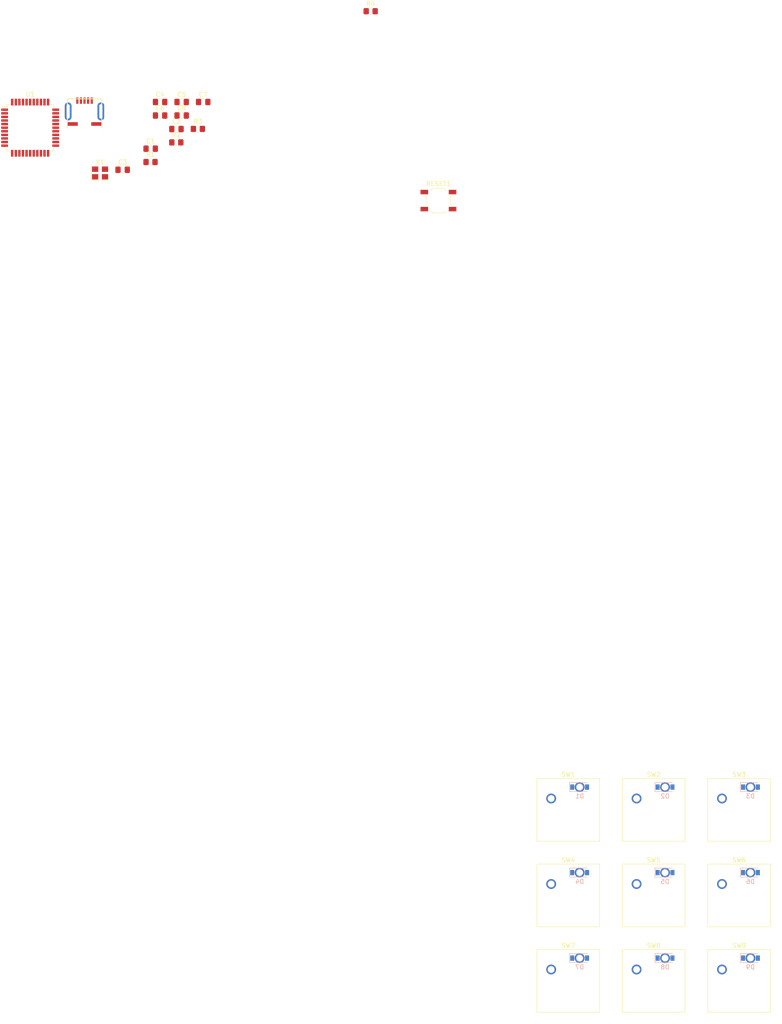
<source format=kicad_pcb>
(kicad_pcb (version 20171130) (host pcbnew "(5.1.9)-1")

  (general
    (thickness 1.6)
    (drawings 0)
    (tracks 0)
    (zones 0)
    (modules 34)
    (nets 48)
  )

  (page A4)
  (layers
    (0 F.Cu signal)
    (31 B.Cu signal)
    (32 B.Adhes user)
    (33 F.Adhes user)
    (34 B.Paste user)
    (35 F.Paste user)
    (36 B.SilkS user)
    (37 F.SilkS user)
    (38 B.Mask user)
    (39 F.Mask user)
    (40 Dwgs.User user)
    (41 Cmts.User user)
    (42 Eco1.User user)
    (43 Eco2.User user)
    (44 Edge.Cuts user)
    (45 Margin user)
    (46 B.CrtYd user)
    (47 F.CrtYd user)
    (48 B.Fab user)
    (49 F.Fab user)
  )

  (setup
    (last_trace_width 0.25)
    (trace_clearance 0.2)
    (zone_clearance 0.508)
    (zone_45_only yes)
    (trace_min 0.2)
    (via_size 0.8)
    (via_drill 0.4)
    (via_min_size 0.4)
    (via_min_drill 0.3)
    (uvia_size 0.3)
    (uvia_drill 0.1)
    (uvias_allowed no)
    (uvia_min_size 0.2)
    (uvia_min_drill 0.1)
    (edge_width 0.05)
    (segment_width 0.2)
    (pcb_text_width 0.3)
    (pcb_text_size 1.5 1.5)
    (mod_edge_width 0.12)
    (mod_text_size 1 1)
    (mod_text_width 0.15)
    (pad_size 1.524 1.524)
    (pad_drill 0.762)
    (pad_to_mask_clearance 0)
    (aux_axis_origin 0 0)
    (visible_elements 7FFFFF7F)
    (pcbplotparams
      (layerselection 0x010fc_ffffffff)
      (usegerberextensions false)
      (usegerberattributes true)
      (usegerberadvancedattributes true)
      (creategerberjobfile true)
      (excludeedgelayer true)
      (linewidth 0.100000)
      (plotframeref false)
      (viasonmask false)
      (mode 1)
      (useauxorigin false)
      (hpglpennumber 1)
      (hpglpenspeed 20)
      (hpglpendiameter 15.000000)
      (psnegative false)
      (psa4output false)
      (plotreference true)
      (plotvalue true)
      (plotinvisibletext false)
      (padsonsilk false)
      (subtractmaskfromsilk false)
      (outputformat 1)
      (mirror false)
      (drillshape 1)
      (scaleselection 1)
      (outputdirectory ""))
  )

  (net 0 "")
  (net 1 GND)
  (net 2 "Net-(C1-Pad1)")
  (net 3 "Net-(C2-Pad1)")
  (net 4 VCC)
  (net 5 "Net-(C8-Pad1)")
  (net 6 /row0)
  (net 7 "Net-(D1-Pad2)")
  (net 8 "Net-(D2-Pad2)")
  (net 9 "Net-(D3-Pad2)")
  (net 10 "Net-(D4-Pad2)")
  (net 11 /row1)
  (net 12 "Net-(D5-Pad2)")
  (net 13 "Net-(D6-Pad2)")
  (net 14 /row2)
  (net 15 "Net-(D7-Pad2)")
  (net 16 "Net-(D8-Pad2)")
  (net 17 "Net-(D9-Pad2)")
  (net 18 "Net-(J1-Pad2)")
  (net 19 "Net-(J1-Pad3)")
  (net 20 "Net-(J1-Pad4)")
  (net 21 /col0)
  (net 22 /col1)
  (net 23 /col2)
  (net 24 "Net-(R1-Pad1)")
  (net 25 "Net-(R2-Pad2)")
  (net 26 "Net-(R3-Pad1)")
  (net 27 "Net-(R4-Pad1)")
  (net 28 "Net-(U1-Pad1)")
  (net 29 "Net-(U1-Pad8)")
  (net 30 "Net-(U1-Pad9)")
  (net 31 "Net-(U1-Pad10)")
  (net 32 "Net-(U1-Pad11)")
  (net 33 "Net-(U1-Pad12)")
  (net 34 "Net-(U1-Pad18)")
  (net 35 "Net-(U1-Pad19)")
  (net 36 "Net-(U1-Pad20)")
  (net 37 "Net-(U1-Pad21)")
  (net 38 "Net-(U1-Pad22)")
  (net 39 "Net-(U1-Pad25)")
  (net 40 "Net-(U1-Pad26)")
  (net 41 "Net-(U1-Pad27)")
  (net 42 "Net-(U1-Pad28)")
  (net 43 "Net-(U1-Pad29)")
  (net 44 "Net-(U1-Pad30)")
  (net 45 "Net-(U1-Pad31)")
  (net 46 "Net-(U1-Pad32)")
  (net 47 "Net-(U1-Pad42)")

  (net_class Default "This is the default net class."
    (clearance 0.2)
    (trace_width 0.25)
    (via_dia 0.8)
    (via_drill 0.4)
    (uvia_dia 0.3)
    (uvia_drill 0.1)
    (add_net /col0)
    (add_net /col1)
    (add_net /col2)
    (add_net /row0)
    (add_net /row1)
    (add_net /row2)
    (add_net GND)
    (add_net "Net-(C1-Pad1)")
    (add_net "Net-(C2-Pad1)")
    (add_net "Net-(C8-Pad1)")
    (add_net "Net-(D1-Pad2)")
    (add_net "Net-(D2-Pad2)")
    (add_net "Net-(D3-Pad2)")
    (add_net "Net-(D4-Pad2)")
    (add_net "Net-(D5-Pad2)")
    (add_net "Net-(D6-Pad2)")
    (add_net "Net-(D7-Pad2)")
    (add_net "Net-(D8-Pad2)")
    (add_net "Net-(D9-Pad2)")
    (add_net "Net-(J1-Pad2)")
    (add_net "Net-(J1-Pad3)")
    (add_net "Net-(J1-Pad4)")
    (add_net "Net-(R1-Pad1)")
    (add_net "Net-(R2-Pad2)")
    (add_net "Net-(R3-Pad1)")
    (add_net "Net-(R4-Pad1)")
    (add_net "Net-(U1-Pad1)")
    (add_net "Net-(U1-Pad10)")
    (add_net "Net-(U1-Pad11)")
    (add_net "Net-(U1-Pad12)")
    (add_net "Net-(U1-Pad18)")
    (add_net "Net-(U1-Pad19)")
    (add_net "Net-(U1-Pad20)")
    (add_net "Net-(U1-Pad21)")
    (add_net "Net-(U1-Pad22)")
    (add_net "Net-(U1-Pad25)")
    (add_net "Net-(U1-Pad26)")
    (add_net "Net-(U1-Pad27)")
    (add_net "Net-(U1-Pad28)")
    (add_net "Net-(U1-Pad29)")
    (add_net "Net-(U1-Pad30)")
    (add_net "Net-(U1-Pad31)")
    (add_net "Net-(U1-Pad32)")
    (add_net "Net-(U1-Pad42)")
    (add_net "Net-(U1-Pad8)")
    (add_net "Net-(U1-Pad9)")
    (add_net VCC)
  )

  (module Capacitor_SMD:C_0805_2012Metric_Pad1.18x1.45mm_HandSolder (layer F.Cu) (tedit 5F68FEEF) (tstamp 60C58C8C)
    (at -95.680999 -142.250999)
    (descr "Capacitor SMD 0805 (2012 Metric), square (rectangular) end terminal, IPC_7351 nominal with elongated pad for handsoldering. (Body size source: IPC-SM-782 page 76, https://www.pcb-3d.com/wordpress/wp-content/uploads/ipc-sm-782a_amendment_1_and_2.pdf, https://docs.google.com/spreadsheets/d/1BsfQQcO9C6DZCsRaXUlFlo91Tg2WpOkGARC1WS5S8t0/edit?usp=sharing), generated with kicad-footprint-generator")
    (tags "capacitor handsolder")
    (path /60614E1F)
    (attr smd)
    (fp_text reference C1 (at 0 -1.68) (layer F.SilkS)
      (effects (font (size 1 1) (thickness 0.15)))
    )
    (fp_text value 22p (at 0 1.68) (layer F.Fab)
      (effects (font (size 1 1) (thickness 0.15)))
    )
    (fp_line (start 1.88 0.98) (end -1.88 0.98) (layer F.CrtYd) (width 0.05))
    (fp_line (start 1.88 -0.98) (end 1.88 0.98) (layer F.CrtYd) (width 0.05))
    (fp_line (start -1.88 -0.98) (end 1.88 -0.98) (layer F.CrtYd) (width 0.05))
    (fp_line (start -1.88 0.98) (end -1.88 -0.98) (layer F.CrtYd) (width 0.05))
    (fp_line (start -0.261252 0.735) (end 0.261252 0.735) (layer F.SilkS) (width 0.12))
    (fp_line (start -0.261252 -0.735) (end 0.261252 -0.735) (layer F.SilkS) (width 0.12))
    (fp_line (start 1 0.625) (end -1 0.625) (layer F.Fab) (width 0.1))
    (fp_line (start 1 -0.625) (end 1 0.625) (layer F.Fab) (width 0.1))
    (fp_line (start -1 -0.625) (end 1 -0.625) (layer F.Fab) (width 0.1))
    (fp_line (start -1 0.625) (end -1 -0.625) (layer F.Fab) (width 0.1))
    (fp_text user %R (at 0 0) (layer F.Fab)
      (effects (font (size 0.5 0.5) (thickness 0.08)))
    )
    (pad 2 smd roundrect (at 1.0375 0) (size 1.175 1.45) (layers F.Cu F.Paste F.Mask) (roundrect_rratio 0.212766)
      (net 1 GND))
    (pad 1 smd roundrect (at -1.0375 0) (size 1.175 1.45) (layers F.Cu F.Paste F.Mask) (roundrect_rratio 0.212766)
      (net 2 "Net-(C1-Pad1)"))
    (model ${KISYS3DMOD}/Capacitor_SMD.3dshapes/C_0805_2012Metric.wrl
      (at (xyz 0 0 0))
      (scale (xyz 1 1 1))
      (rotate (xyz 0 0 0))
    )
  )

  (module Capacitor_SMD:C_0805_2012Metric_Pad1.18x1.45mm_HandSolder (layer F.Cu) (tedit 5F68FEEF) (tstamp 60C58C9D)
    (at -89.930999 -146.630999)
    (descr "Capacitor SMD 0805 (2012 Metric), square (rectangular) end terminal, IPC_7351 nominal with elongated pad for handsoldering. (Body size source: IPC-SM-782 page 76, https://www.pcb-3d.com/wordpress/wp-content/uploads/ipc-sm-782a_amendment_1_and_2.pdf, https://docs.google.com/spreadsheets/d/1BsfQQcO9C6DZCsRaXUlFlo91Tg2WpOkGARC1WS5S8t0/edit?usp=sharing), generated with kicad-footprint-generator")
    (tags "capacitor handsolder")
    (path /60615285)
    (attr smd)
    (fp_text reference C2 (at 0 -1.68) (layer F.SilkS)
      (effects (font (size 1 1) (thickness 0.15)))
    )
    (fp_text value 22p (at 0 1.68) (layer F.Fab)
      (effects (font (size 1 1) (thickness 0.15)))
    )
    (fp_line (start 1.88 0.98) (end -1.88 0.98) (layer F.CrtYd) (width 0.05))
    (fp_line (start 1.88 -0.98) (end 1.88 0.98) (layer F.CrtYd) (width 0.05))
    (fp_line (start -1.88 -0.98) (end 1.88 -0.98) (layer F.CrtYd) (width 0.05))
    (fp_line (start -1.88 0.98) (end -1.88 -0.98) (layer F.CrtYd) (width 0.05))
    (fp_line (start -0.261252 0.735) (end 0.261252 0.735) (layer F.SilkS) (width 0.12))
    (fp_line (start -0.261252 -0.735) (end 0.261252 -0.735) (layer F.SilkS) (width 0.12))
    (fp_line (start 1 0.625) (end -1 0.625) (layer F.Fab) (width 0.1))
    (fp_line (start 1 -0.625) (end 1 0.625) (layer F.Fab) (width 0.1))
    (fp_line (start -1 -0.625) (end 1 -0.625) (layer F.Fab) (width 0.1))
    (fp_line (start -1 0.625) (end -1 -0.625) (layer F.Fab) (width 0.1))
    (fp_text user %R (at 0 0) (layer F.Fab)
      (effects (font (size 0.5 0.5) (thickness 0.08)))
    )
    (pad 2 smd roundrect (at 1.0375 0) (size 1.175 1.45) (layers F.Cu F.Paste F.Mask) (roundrect_rratio 0.212766)
      (net 1 GND))
    (pad 1 smd roundrect (at -1.0375 0) (size 1.175 1.45) (layers F.Cu F.Paste F.Mask) (roundrect_rratio 0.212766)
      (net 3 "Net-(C2-Pad1)"))
    (model ${KISYS3DMOD}/Capacitor_SMD.3dshapes/C_0805_2012Metric.wrl
      (at (xyz 0 0 0))
      (scale (xyz 1 1 1))
      (rotate (xyz 0 0 0))
    )
  )

  (module Capacitor_SMD:C_0805_2012Metric_Pad1.18x1.45mm_HandSolder (layer F.Cu) (tedit 5F68FEEF) (tstamp 60C58CAE)
    (at -101.930999 -137.550999)
    (descr "Capacitor SMD 0805 (2012 Metric), square (rectangular) end terminal, IPC_7351 nominal with elongated pad for handsoldering. (Body size source: IPC-SM-782 page 76, https://www.pcb-3d.com/wordpress/wp-content/uploads/ipc-sm-782a_amendment_1_and_2.pdf, https://docs.google.com/spreadsheets/d/1BsfQQcO9C6DZCsRaXUlFlo91Tg2WpOkGARC1WS5S8t0/edit?usp=sharing), generated with kicad-footprint-generator")
    (tags "capacitor handsolder")
    (path /6062680D)
    (attr smd)
    (fp_text reference C3 (at 0 -1.68) (layer F.SilkS)
      (effects (font (size 1 1) (thickness 0.15)))
    )
    (fp_text value 0.1u (at 0 1.68) (layer F.Fab)
      (effects (font (size 1 1) (thickness 0.15)))
    )
    (fp_line (start 1.88 0.98) (end -1.88 0.98) (layer F.CrtYd) (width 0.05))
    (fp_line (start 1.88 -0.98) (end 1.88 0.98) (layer F.CrtYd) (width 0.05))
    (fp_line (start -1.88 -0.98) (end 1.88 -0.98) (layer F.CrtYd) (width 0.05))
    (fp_line (start -1.88 0.98) (end -1.88 -0.98) (layer F.CrtYd) (width 0.05))
    (fp_line (start -0.261252 0.735) (end 0.261252 0.735) (layer F.SilkS) (width 0.12))
    (fp_line (start -0.261252 -0.735) (end 0.261252 -0.735) (layer F.SilkS) (width 0.12))
    (fp_line (start 1 0.625) (end -1 0.625) (layer F.Fab) (width 0.1))
    (fp_line (start 1 -0.625) (end 1 0.625) (layer F.Fab) (width 0.1))
    (fp_line (start -1 -0.625) (end 1 -0.625) (layer F.Fab) (width 0.1))
    (fp_line (start -1 0.625) (end -1 -0.625) (layer F.Fab) (width 0.1))
    (fp_text user %R (at 0 0) (layer F.Fab)
      (effects (font (size 0.5 0.5) (thickness 0.08)))
    )
    (pad 2 smd roundrect (at 1.0375 0) (size 1.175 1.45) (layers F.Cu F.Paste F.Mask) (roundrect_rratio 0.212766)
      (net 1 GND))
    (pad 1 smd roundrect (at -1.0375 0) (size 1.175 1.45) (layers F.Cu F.Paste F.Mask) (roundrect_rratio 0.212766)
      (net 4 VCC))
    (model ${KISYS3DMOD}/Capacitor_SMD.3dshapes/C_0805_2012Metric.wrl
      (at (xyz 0 0 0))
      (scale (xyz 1 1 1))
      (rotate (xyz 0 0 0))
    )
  )

  (module Capacitor_SMD:C_0805_2012Metric_Pad1.18x1.45mm_HandSolder (layer F.Cu) (tedit 5F68FEEF) (tstamp 60C58CBF)
    (at -93.580999 -152.650999)
    (descr "Capacitor SMD 0805 (2012 Metric), square (rectangular) end terminal, IPC_7351 nominal with elongated pad for handsoldering. (Body size source: IPC-SM-782 page 76, https://www.pcb-3d.com/wordpress/wp-content/uploads/ipc-sm-782a_amendment_1_and_2.pdf, https://docs.google.com/spreadsheets/d/1BsfQQcO9C6DZCsRaXUlFlo91Tg2WpOkGARC1WS5S8t0/edit?usp=sharing), generated with kicad-footprint-generator")
    (tags "capacitor handsolder")
    (path /60627487)
    (attr smd)
    (fp_text reference C4 (at 0 -1.68) (layer F.SilkS)
      (effects (font (size 1 1) (thickness 0.15)))
    )
    (fp_text value 0.1u (at 0 1.68) (layer F.Fab)
      (effects (font (size 1 1) (thickness 0.15)))
    )
    (fp_line (start -1 0.625) (end -1 -0.625) (layer F.Fab) (width 0.1))
    (fp_line (start -1 -0.625) (end 1 -0.625) (layer F.Fab) (width 0.1))
    (fp_line (start 1 -0.625) (end 1 0.625) (layer F.Fab) (width 0.1))
    (fp_line (start 1 0.625) (end -1 0.625) (layer F.Fab) (width 0.1))
    (fp_line (start -0.261252 -0.735) (end 0.261252 -0.735) (layer F.SilkS) (width 0.12))
    (fp_line (start -0.261252 0.735) (end 0.261252 0.735) (layer F.SilkS) (width 0.12))
    (fp_line (start -1.88 0.98) (end -1.88 -0.98) (layer F.CrtYd) (width 0.05))
    (fp_line (start -1.88 -0.98) (end 1.88 -0.98) (layer F.CrtYd) (width 0.05))
    (fp_line (start 1.88 -0.98) (end 1.88 0.98) (layer F.CrtYd) (width 0.05))
    (fp_line (start 1.88 0.98) (end -1.88 0.98) (layer F.CrtYd) (width 0.05))
    (fp_text user %R (at 0 0) (layer F.Fab)
      (effects (font (size 0.5 0.5) (thickness 0.08)))
    )
    (pad 1 smd roundrect (at -1.0375 0) (size 1.175 1.45) (layers F.Cu F.Paste F.Mask) (roundrect_rratio 0.212766)
      (net 1 GND))
    (pad 2 smd roundrect (at 1.0375 0) (size 1.175 1.45) (layers F.Cu F.Paste F.Mask) (roundrect_rratio 0.212766)
      (net 4 VCC))
    (model ${KISYS3DMOD}/Capacitor_SMD.3dshapes/C_0805_2012Metric.wrl
      (at (xyz 0 0 0))
      (scale (xyz 1 1 1))
      (rotate (xyz 0 0 0))
    )
  )

  (module Capacitor_SMD:C_0805_2012Metric_Pad1.18x1.45mm_HandSolder (layer F.Cu) (tedit 5F68FEEF) (tstamp 60C58CD0)
    (at -88.770999 -152.650999)
    (descr "Capacitor SMD 0805 (2012 Metric), square (rectangular) end terminal, IPC_7351 nominal with elongated pad for handsoldering. (Body size source: IPC-SM-782 page 76, https://www.pcb-3d.com/wordpress/wp-content/uploads/ipc-sm-782a_amendment_1_and_2.pdf, https://docs.google.com/spreadsheets/d/1BsfQQcO9C6DZCsRaXUlFlo91Tg2WpOkGARC1WS5S8t0/edit?usp=sharing), generated with kicad-footprint-generator")
    (tags "capacitor handsolder")
    (path /60626E75)
    (attr smd)
    (fp_text reference C5 (at 0 -1.68) (layer F.SilkS)
      (effects (font (size 1 1) (thickness 0.15)))
    )
    (fp_text value 0.1u (at 0 1.68) (layer F.Fab)
      (effects (font (size 1 1) (thickness 0.15)))
    )
    (fp_line (start -1 0.625) (end -1 -0.625) (layer F.Fab) (width 0.1))
    (fp_line (start -1 -0.625) (end 1 -0.625) (layer F.Fab) (width 0.1))
    (fp_line (start 1 -0.625) (end 1 0.625) (layer F.Fab) (width 0.1))
    (fp_line (start 1 0.625) (end -1 0.625) (layer F.Fab) (width 0.1))
    (fp_line (start -0.261252 -0.735) (end 0.261252 -0.735) (layer F.SilkS) (width 0.12))
    (fp_line (start -0.261252 0.735) (end 0.261252 0.735) (layer F.SilkS) (width 0.12))
    (fp_line (start -1.88 0.98) (end -1.88 -0.98) (layer F.CrtYd) (width 0.05))
    (fp_line (start -1.88 -0.98) (end 1.88 -0.98) (layer F.CrtYd) (width 0.05))
    (fp_line (start 1.88 -0.98) (end 1.88 0.98) (layer F.CrtYd) (width 0.05))
    (fp_line (start 1.88 0.98) (end -1.88 0.98) (layer F.CrtYd) (width 0.05))
    (fp_text user %R (at 0 0) (layer F.Fab)
      (effects (font (size 0.5 0.5) (thickness 0.08)))
    )
    (pad 1 smd roundrect (at -1.0375 0) (size 1.175 1.45) (layers F.Cu F.Paste F.Mask) (roundrect_rratio 0.212766)
      (net 1 GND))
    (pad 2 smd roundrect (at 1.0375 0) (size 1.175 1.45) (layers F.Cu F.Paste F.Mask) (roundrect_rratio 0.212766)
      (net 4 VCC))
    (model ${KISYS3DMOD}/Capacitor_SMD.3dshapes/C_0805_2012Metric.wrl
      (at (xyz 0 0 0))
      (scale (xyz 1 1 1))
      (rotate (xyz 0 0 0))
    )
  )

  (module Capacitor_SMD:C_0805_2012Metric_Pad1.18x1.45mm_HandSolder (layer F.Cu) (tedit 5F68FEEF) (tstamp 60C58CE1)
    (at -93.580999 -149.640999)
    (descr "Capacitor SMD 0805 (2012 Metric), square (rectangular) end terminal, IPC_7351 nominal with elongated pad for handsoldering. (Body size source: IPC-SM-782 page 76, https://www.pcb-3d.com/wordpress/wp-content/uploads/ipc-sm-782a_amendment_1_and_2.pdf, https://docs.google.com/spreadsheets/d/1BsfQQcO9C6DZCsRaXUlFlo91Tg2WpOkGARC1WS5S8t0/edit?usp=sharing), generated with kicad-footprint-generator")
    (tags "capacitor handsolder")
    (path /60627C00)
    (attr smd)
    (fp_text reference C6 (at 0 -1.68) (layer F.SilkS)
      (effects (font (size 1 1) (thickness 0.15)))
    )
    (fp_text value 0.1u (at 0 1.68) (layer F.Fab)
      (effects (font (size 1 1) (thickness 0.15)))
    )
    (fp_line (start 1.88 0.98) (end -1.88 0.98) (layer F.CrtYd) (width 0.05))
    (fp_line (start 1.88 -0.98) (end 1.88 0.98) (layer F.CrtYd) (width 0.05))
    (fp_line (start -1.88 -0.98) (end 1.88 -0.98) (layer F.CrtYd) (width 0.05))
    (fp_line (start -1.88 0.98) (end -1.88 -0.98) (layer F.CrtYd) (width 0.05))
    (fp_line (start -0.261252 0.735) (end 0.261252 0.735) (layer F.SilkS) (width 0.12))
    (fp_line (start -0.261252 -0.735) (end 0.261252 -0.735) (layer F.SilkS) (width 0.12))
    (fp_line (start 1 0.625) (end -1 0.625) (layer F.Fab) (width 0.1))
    (fp_line (start 1 -0.625) (end 1 0.625) (layer F.Fab) (width 0.1))
    (fp_line (start -1 -0.625) (end 1 -0.625) (layer F.Fab) (width 0.1))
    (fp_line (start -1 0.625) (end -1 -0.625) (layer F.Fab) (width 0.1))
    (fp_text user %R (at 0 0) (layer F.Fab)
      (effects (font (size 0.5 0.5) (thickness 0.08)))
    )
    (pad 2 smd roundrect (at 1.0375 0) (size 1.175 1.45) (layers F.Cu F.Paste F.Mask) (roundrect_rratio 0.212766)
      (net 4 VCC))
    (pad 1 smd roundrect (at -1.0375 0) (size 1.175 1.45) (layers F.Cu F.Paste F.Mask) (roundrect_rratio 0.212766)
      (net 1 GND))
    (model ${KISYS3DMOD}/Capacitor_SMD.3dshapes/C_0805_2012Metric.wrl
      (at (xyz 0 0 0))
      (scale (xyz 1 1 1))
      (rotate (xyz 0 0 0))
    )
  )

  (module Capacitor_SMD:C_0805_2012Metric_Pad1.18x1.45mm_HandSolder (layer F.Cu) (tedit 5F68FEEF) (tstamp 60C58CF2)
    (at -83.960999 -152.650999)
    (descr "Capacitor SMD 0805 (2012 Metric), square (rectangular) end terminal, IPC_7351 nominal with elongated pad for handsoldering. (Body size source: IPC-SM-782 page 76, https://www.pcb-3d.com/wordpress/wp-content/uploads/ipc-sm-782a_amendment_1_and_2.pdf, https://docs.google.com/spreadsheets/d/1BsfQQcO9C6DZCsRaXUlFlo91Tg2WpOkGARC1WS5S8t0/edit?usp=sharing), generated with kicad-footprint-generator")
    (tags "capacitor handsolder")
    (path /6062A38D)
    (attr smd)
    (fp_text reference C7 (at 0 -1.68) (layer F.SilkS)
      (effects (font (size 1 1) (thickness 0.15)))
    )
    (fp_text value 4.7u (at 0 1.68) (layer F.Fab)
      (effects (font (size 1 1) (thickness 0.15)))
    )
    (fp_line (start -1 0.625) (end -1 -0.625) (layer F.Fab) (width 0.1))
    (fp_line (start -1 -0.625) (end 1 -0.625) (layer F.Fab) (width 0.1))
    (fp_line (start 1 -0.625) (end 1 0.625) (layer F.Fab) (width 0.1))
    (fp_line (start 1 0.625) (end -1 0.625) (layer F.Fab) (width 0.1))
    (fp_line (start -0.261252 -0.735) (end 0.261252 -0.735) (layer F.SilkS) (width 0.12))
    (fp_line (start -0.261252 0.735) (end 0.261252 0.735) (layer F.SilkS) (width 0.12))
    (fp_line (start -1.88 0.98) (end -1.88 -0.98) (layer F.CrtYd) (width 0.05))
    (fp_line (start -1.88 -0.98) (end 1.88 -0.98) (layer F.CrtYd) (width 0.05))
    (fp_line (start 1.88 -0.98) (end 1.88 0.98) (layer F.CrtYd) (width 0.05))
    (fp_line (start 1.88 0.98) (end -1.88 0.98) (layer F.CrtYd) (width 0.05))
    (fp_text user %R (at 0 0) (layer F.Fab)
      (effects (font (size 0.5 0.5) (thickness 0.08)))
    )
    (pad 1 smd roundrect (at -1.0375 0) (size 1.175 1.45) (layers F.Cu F.Paste F.Mask) (roundrect_rratio 0.212766)
      (net 4 VCC))
    (pad 2 smd roundrect (at 1.0375 0) (size 1.175 1.45) (layers F.Cu F.Paste F.Mask) (roundrect_rratio 0.212766)
      (net 1 GND))
    (model ${KISYS3DMOD}/Capacitor_SMD.3dshapes/C_0805_2012Metric.wrl
      (at (xyz 0 0 0))
      (scale (xyz 1 1 1))
      (rotate (xyz 0 0 0))
    )
  )

  (module Capacitor_SMD:C_0805_2012Metric_Pad1.18x1.45mm_HandSolder (layer F.Cu) (tedit 5F68FEEF) (tstamp 60C58D03)
    (at -88.770999 -149.640999)
    (descr "Capacitor SMD 0805 (2012 Metric), square (rectangular) end terminal, IPC_7351 nominal with elongated pad for handsoldering. (Body size source: IPC-SM-782 page 76, https://www.pcb-3d.com/wordpress/wp-content/uploads/ipc-sm-782a_amendment_1_and_2.pdf, https://docs.google.com/spreadsheets/d/1BsfQQcO9C6DZCsRaXUlFlo91Tg2WpOkGARC1WS5S8t0/edit?usp=sharing), generated with kicad-footprint-generator")
    (tags "capacitor handsolder")
    (path /60634DFC)
    (attr smd)
    (fp_text reference C8 (at 0 -1.68) (layer F.SilkS)
      (effects (font (size 1 1) (thickness 0.15)))
    )
    (fp_text value 1u (at 0 1.68) (layer F.Fab)
      (effects (font (size 1 1) (thickness 0.15)))
    )
    (fp_line (start -1 0.625) (end -1 -0.625) (layer F.Fab) (width 0.1))
    (fp_line (start -1 -0.625) (end 1 -0.625) (layer F.Fab) (width 0.1))
    (fp_line (start 1 -0.625) (end 1 0.625) (layer F.Fab) (width 0.1))
    (fp_line (start 1 0.625) (end -1 0.625) (layer F.Fab) (width 0.1))
    (fp_line (start -0.261252 -0.735) (end 0.261252 -0.735) (layer F.SilkS) (width 0.12))
    (fp_line (start -0.261252 0.735) (end 0.261252 0.735) (layer F.SilkS) (width 0.12))
    (fp_line (start -1.88 0.98) (end -1.88 -0.98) (layer F.CrtYd) (width 0.05))
    (fp_line (start -1.88 -0.98) (end 1.88 -0.98) (layer F.CrtYd) (width 0.05))
    (fp_line (start 1.88 -0.98) (end 1.88 0.98) (layer F.CrtYd) (width 0.05))
    (fp_line (start 1.88 0.98) (end -1.88 0.98) (layer F.CrtYd) (width 0.05))
    (fp_text user %R (at 0 0) (layer F.Fab)
      (effects (font (size 0.5 0.5) (thickness 0.08)))
    )
    (pad 1 smd roundrect (at -1.0375 0) (size 1.175 1.45) (layers F.Cu F.Paste F.Mask) (roundrect_rratio 0.212766)
      (net 5 "Net-(C8-Pad1)"))
    (pad 2 smd roundrect (at 1.0375 0) (size 1.175 1.45) (layers F.Cu F.Paste F.Mask) (roundrect_rratio 0.212766)
      (net 1 GND))
    (model ${KISYS3DMOD}/Capacitor_SMD.3dshapes/C_0805_2012Metric.wrl
      (at (xyz 0 0 0))
      (scale (xyz 1 1 1))
      (rotate (xyz 0 0 0))
    )
  )

  (module Diode_SMD:D_SOD-123 (layer B.Cu) (tedit 58645DC7) (tstamp 60C58D1C)
    (at 0 0)
    (descr SOD-123)
    (tags SOD-123)
    (path /606B5680)
    (attr smd)
    (fp_text reference D1 (at 0 2) (layer B.SilkS)
      (effects (font (size 1 1) (thickness 0.15)) (justify mirror))
    )
    (fp_text value D (at 0 -2.1) (layer B.Fab)
      (effects (font (size 1 1) (thickness 0.15)) (justify mirror))
    )
    (fp_line (start -2.25 1) (end -2.25 -1) (layer B.SilkS) (width 0.12))
    (fp_line (start 0.25 0) (end 0.75 0) (layer B.Fab) (width 0.1))
    (fp_line (start 0.25 -0.4) (end -0.35 0) (layer B.Fab) (width 0.1))
    (fp_line (start 0.25 0.4) (end 0.25 -0.4) (layer B.Fab) (width 0.1))
    (fp_line (start -0.35 0) (end 0.25 0.4) (layer B.Fab) (width 0.1))
    (fp_line (start -0.35 0) (end -0.35 -0.55) (layer B.Fab) (width 0.1))
    (fp_line (start -0.35 0) (end -0.35 0.55) (layer B.Fab) (width 0.1))
    (fp_line (start -0.75 0) (end -0.35 0) (layer B.Fab) (width 0.1))
    (fp_line (start -1.4 -0.9) (end -1.4 0.9) (layer B.Fab) (width 0.1))
    (fp_line (start 1.4 -0.9) (end -1.4 -0.9) (layer B.Fab) (width 0.1))
    (fp_line (start 1.4 0.9) (end 1.4 -0.9) (layer B.Fab) (width 0.1))
    (fp_line (start -1.4 0.9) (end 1.4 0.9) (layer B.Fab) (width 0.1))
    (fp_line (start -2.35 1.15) (end 2.35 1.15) (layer B.CrtYd) (width 0.05))
    (fp_line (start 2.35 1.15) (end 2.35 -1.15) (layer B.CrtYd) (width 0.05))
    (fp_line (start 2.35 -1.15) (end -2.35 -1.15) (layer B.CrtYd) (width 0.05))
    (fp_line (start -2.35 1.15) (end -2.35 -1.15) (layer B.CrtYd) (width 0.05))
    (fp_line (start -2.25 -1) (end 1.65 -1) (layer B.SilkS) (width 0.12))
    (fp_line (start -2.25 1) (end 1.65 1) (layer B.SilkS) (width 0.12))
    (fp_text user %R (at 0 2) (layer B.Fab)
      (effects (font (size 1 1) (thickness 0.15)) (justify mirror))
    )
    (pad 1 smd rect (at -1.65 0) (size 0.9 1.2) (layers B.Cu B.Paste B.Mask)
      (net 6 /row0))
    (pad 2 smd rect (at 1.65 0) (size 0.9 1.2) (layers B.Cu B.Paste B.Mask)
      (net 7 "Net-(D1-Pad2)"))
    (model ${KISYS3DMOD}/Diode_SMD.3dshapes/D_SOD-123.wrl
      (at (xyz 0 0 0))
      (scale (xyz 1 1 1))
      (rotate (xyz 0 0 0))
    )
  )

  (module Diode_SMD:D_SOD-123 (layer B.Cu) (tedit 58645DC7) (tstamp 60C58D35)
    (at 19.05 0)
    (descr SOD-123)
    (tags SOD-123)
    (path /606D082A)
    (attr smd)
    (fp_text reference D2 (at 0 2) (layer B.SilkS)
      (effects (font (size 1 1) (thickness 0.15)) (justify mirror))
    )
    (fp_text value D (at 0 -2.1) (layer B.Fab)
      (effects (font (size 1 1) (thickness 0.15)) (justify mirror))
    )
    (fp_line (start -2.25 1) (end 1.65 1) (layer B.SilkS) (width 0.12))
    (fp_line (start -2.25 -1) (end 1.65 -1) (layer B.SilkS) (width 0.12))
    (fp_line (start -2.35 1.15) (end -2.35 -1.15) (layer B.CrtYd) (width 0.05))
    (fp_line (start 2.35 -1.15) (end -2.35 -1.15) (layer B.CrtYd) (width 0.05))
    (fp_line (start 2.35 1.15) (end 2.35 -1.15) (layer B.CrtYd) (width 0.05))
    (fp_line (start -2.35 1.15) (end 2.35 1.15) (layer B.CrtYd) (width 0.05))
    (fp_line (start -1.4 0.9) (end 1.4 0.9) (layer B.Fab) (width 0.1))
    (fp_line (start 1.4 0.9) (end 1.4 -0.9) (layer B.Fab) (width 0.1))
    (fp_line (start 1.4 -0.9) (end -1.4 -0.9) (layer B.Fab) (width 0.1))
    (fp_line (start -1.4 -0.9) (end -1.4 0.9) (layer B.Fab) (width 0.1))
    (fp_line (start -0.75 0) (end -0.35 0) (layer B.Fab) (width 0.1))
    (fp_line (start -0.35 0) (end -0.35 0.55) (layer B.Fab) (width 0.1))
    (fp_line (start -0.35 0) (end -0.35 -0.55) (layer B.Fab) (width 0.1))
    (fp_line (start -0.35 0) (end 0.25 0.4) (layer B.Fab) (width 0.1))
    (fp_line (start 0.25 0.4) (end 0.25 -0.4) (layer B.Fab) (width 0.1))
    (fp_line (start 0.25 -0.4) (end -0.35 0) (layer B.Fab) (width 0.1))
    (fp_line (start 0.25 0) (end 0.75 0) (layer B.Fab) (width 0.1))
    (fp_line (start -2.25 1) (end -2.25 -1) (layer B.SilkS) (width 0.12))
    (fp_text user %R (at 0 2) (layer B.Fab)
      (effects (font (size 1 1) (thickness 0.15)) (justify mirror))
    )
    (pad 2 smd rect (at 1.65 0) (size 0.9 1.2) (layers B.Cu B.Paste B.Mask)
      (net 8 "Net-(D2-Pad2)"))
    (pad 1 smd rect (at -1.65 0) (size 0.9 1.2) (layers B.Cu B.Paste B.Mask)
      (net 6 /row0))
    (model ${KISYS3DMOD}/Diode_SMD.3dshapes/D_SOD-123.wrl
      (at (xyz 0 0 0))
      (scale (xyz 1 1 1))
      (rotate (xyz 0 0 0))
    )
  )

  (module Diode_SMD:D_SOD-123 (layer B.Cu) (tedit 58645DC7) (tstamp 60C58D4E)
    (at 38.1 0)
    (descr SOD-123)
    (tags SOD-123)
    (path /606E611C)
    (attr smd)
    (fp_text reference D3 (at 0 2) (layer B.SilkS)
      (effects (font (size 1 1) (thickness 0.15)) (justify mirror))
    )
    (fp_text value D (at 0 -2.1) (layer B.Fab)
      (effects (font (size 1 1) (thickness 0.15)) (justify mirror))
    )
    (fp_line (start -2.25 1) (end -2.25 -1) (layer B.SilkS) (width 0.12))
    (fp_line (start 0.25 0) (end 0.75 0) (layer B.Fab) (width 0.1))
    (fp_line (start 0.25 -0.4) (end -0.35 0) (layer B.Fab) (width 0.1))
    (fp_line (start 0.25 0.4) (end 0.25 -0.4) (layer B.Fab) (width 0.1))
    (fp_line (start -0.35 0) (end 0.25 0.4) (layer B.Fab) (width 0.1))
    (fp_line (start -0.35 0) (end -0.35 -0.55) (layer B.Fab) (width 0.1))
    (fp_line (start -0.35 0) (end -0.35 0.55) (layer B.Fab) (width 0.1))
    (fp_line (start -0.75 0) (end -0.35 0) (layer B.Fab) (width 0.1))
    (fp_line (start -1.4 -0.9) (end -1.4 0.9) (layer B.Fab) (width 0.1))
    (fp_line (start 1.4 -0.9) (end -1.4 -0.9) (layer B.Fab) (width 0.1))
    (fp_line (start 1.4 0.9) (end 1.4 -0.9) (layer B.Fab) (width 0.1))
    (fp_line (start -1.4 0.9) (end 1.4 0.9) (layer B.Fab) (width 0.1))
    (fp_line (start -2.35 1.15) (end 2.35 1.15) (layer B.CrtYd) (width 0.05))
    (fp_line (start 2.35 1.15) (end 2.35 -1.15) (layer B.CrtYd) (width 0.05))
    (fp_line (start 2.35 -1.15) (end -2.35 -1.15) (layer B.CrtYd) (width 0.05))
    (fp_line (start -2.35 1.15) (end -2.35 -1.15) (layer B.CrtYd) (width 0.05))
    (fp_line (start -2.25 -1) (end 1.65 -1) (layer B.SilkS) (width 0.12))
    (fp_line (start -2.25 1) (end 1.65 1) (layer B.SilkS) (width 0.12))
    (fp_text user %R (at 0 2) (layer B.Fab)
      (effects (font (size 1 1) (thickness 0.15)) (justify mirror))
    )
    (pad 1 smd rect (at -1.65 0) (size 0.9 1.2) (layers B.Cu B.Paste B.Mask)
      (net 6 /row0))
    (pad 2 smd rect (at 1.65 0) (size 0.9 1.2) (layers B.Cu B.Paste B.Mask)
      (net 9 "Net-(D3-Pad2)"))
    (model ${KISYS3DMOD}/Diode_SMD.3dshapes/D_SOD-123.wrl
      (at (xyz 0 0 0))
      (scale (xyz 1 1 1))
      (rotate (xyz 0 0 0))
    )
  )

  (module Diode_SMD:D_SOD-123 (layer B.Cu) (tedit 58645DC7) (tstamp 60C58D67)
    (at 0 19.05)
    (descr SOD-123)
    (tags SOD-123)
    (path /606BC73D)
    (attr smd)
    (fp_text reference D4 (at 0 2) (layer B.SilkS)
      (effects (font (size 1 1) (thickness 0.15)) (justify mirror))
    )
    (fp_text value D (at 0 -2.1) (layer B.Fab)
      (effects (font (size 1 1) (thickness 0.15)) (justify mirror))
    )
    (fp_line (start -2.25 1) (end 1.65 1) (layer B.SilkS) (width 0.12))
    (fp_line (start -2.25 -1) (end 1.65 -1) (layer B.SilkS) (width 0.12))
    (fp_line (start -2.35 1.15) (end -2.35 -1.15) (layer B.CrtYd) (width 0.05))
    (fp_line (start 2.35 -1.15) (end -2.35 -1.15) (layer B.CrtYd) (width 0.05))
    (fp_line (start 2.35 1.15) (end 2.35 -1.15) (layer B.CrtYd) (width 0.05))
    (fp_line (start -2.35 1.15) (end 2.35 1.15) (layer B.CrtYd) (width 0.05))
    (fp_line (start -1.4 0.9) (end 1.4 0.9) (layer B.Fab) (width 0.1))
    (fp_line (start 1.4 0.9) (end 1.4 -0.9) (layer B.Fab) (width 0.1))
    (fp_line (start 1.4 -0.9) (end -1.4 -0.9) (layer B.Fab) (width 0.1))
    (fp_line (start -1.4 -0.9) (end -1.4 0.9) (layer B.Fab) (width 0.1))
    (fp_line (start -0.75 0) (end -0.35 0) (layer B.Fab) (width 0.1))
    (fp_line (start -0.35 0) (end -0.35 0.55) (layer B.Fab) (width 0.1))
    (fp_line (start -0.35 0) (end -0.35 -0.55) (layer B.Fab) (width 0.1))
    (fp_line (start -0.35 0) (end 0.25 0.4) (layer B.Fab) (width 0.1))
    (fp_line (start 0.25 0.4) (end 0.25 -0.4) (layer B.Fab) (width 0.1))
    (fp_line (start 0.25 -0.4) (end -0.35 0) (layer B.Fab) (width 0.1))
    (fp_line (start 0.25 0) (end 0.75 0) (layer B.Fab) (width 0.1))
    (fp_line (start -2.25 1) (end -2.25 -1) (layer B.SilkS) (width 0.12))
    (fp_text user %R (at 0 2) (layer B.Fab)
      (effects (font (size 1 1) (thickness 0.15)) (justify mirror))
    )
    (pad 2 smd rect (at 1.65 0) (size 0.9 1.2) (layers B.Cu B.Paste B.Mask)
      (net 10 "Net-(D4-Pad2)"))
    (pad 1 smd rect (at -1.65 0) (size 0.9 1.2) (layers B.Cu B.Paste B.Mask)
      (net 11 /row1))
    (model ${KISYS3DMOD}/Diode_SMD.3dshapes/D_SOD-123.wrl
      (at (xyz 0 0 0))
      (scale (xyz 1 1 1))
      (rotate (xyz 0 0 0))
    )
  )

  (module Diode_SMD:D_SOD-123 (layer B.Cu) (tedit 58645DC7) (tstamp 60C58D80)
    (at 19.05 19.05)
    (descr SOD-123)
    (tags SOD-123)
    (path /606D0836)
    (attr smd)
    (fp_text reference D5 (at 0 2) (layer B.SilkS)
      (effects (font (size 1 1) (thickness 0.15)) (justify mirror))
    )
    (fp_text value D (at 0 -2.1) (layer B.Fab)
      (effects (font (size 1 1) (thickness 0.15)) (justify mirror))
    )
    (fp_line (start -2.25 1) (end -2.25 -1) (layer B.SilkS) (width 0.12))
    (fp_line (start 0.25 0) (end 0.75 0) (layer B.Fab) (width 0.1))
    (fp_line (start 0.25 -0.4) (end -0.35 0) (layer B.Fab) (width 0.1))
    (fp_line (start 0.25 0.4) (end 0.25 -0.4) (layer B.Fab) (width 0.1))
    (fp_line (start -0.35 0) (end 0.25 0.4) (layer B.Fab) (width 0.1))
    (fp_line (start -0.35 0) (end -0.35 -0.55) (layer B.Fab) (width 0.1))
    (fp_line (start -0.35 0) (end -0.35 0.55) (layer B.Fab) (width 0.1))
    (fp_line (start -0.75 0) (end -0.35 0) (layer B.Fab) (width 0.1))
    (fp_line (start -1.4 -0.9) (end -1.4 0.9) (layer B.Fab) (width 0.1))
    (fp_line (start 1.4 -0.9) (end -1.4 -0.9) (layer B.Fab) (width 0.1))
    (fp_line (start 1.4 0.9) (end 1.4 -0.9) (layer B.Fab) (width 0.1))
    (fp_line (start -1.4 0.9) (end 1.4 0.9) (layer B.Fab) (width 0.1))
    (fp_line (start -2.35 1.15) (end 2.35 1.15) (layer B.CrtYd) (width 0.05))
    (fp_line (start 2.35 1.15) (end 2.35 -1.15) (layer B.CrtYd) (width 0.05))
    (fp_line (start 2.35 -1.15) (end -2.35 -1.15) (layer B.CrtYd) (width 0.05))
    (fp_line (start -2.35 1.15) (end -2.35 -1.15) (layer B.CrtYd) (width 0.05))
    (fp_line (start -2.25 -1) (end 1.65 -1) (layer B.SilkS) (width 0.12))
    (fp_line (start -2.25 1) (end 1.65 1) (layer B.SilkS) (width 0.12))
    (fp_text user %R (at 0 2) (layer B.Fab)
      (effects (font (size 1 1) (thickness 0.15)) (justify mirror))
    )
    (pad 1 smd rect (at -1.65 0) (size 0.9 1.2) (layers B.Cu B.Paste B.Mask)
      (net 11 /row1))
    (pad 2 smd rect (at 1.65 0) (size 0.9 1.2) (layers B.Cu B.Paste B.Mask)
      (net 12 "Net-(D5-Pad2)"))
    (model ${KISYS3DMOD}/Diode_SMD.3dshapes/D_SOD-123.wrl
      (at (xyz 0 0 0))
      (scale (xyz 1 1 1))
      (rotate (xyz 0 0 0))
    )
  )

  (module Diode_SMD:D_SOD-123 (layer B.Cu) (tedit 58645DC7) (tstamp 60C58D99)
    (at 38.1 19.05)
    (descr SOD-123)
    (tags SOD-123)
    (path /606E6128)
    (attr smd)
    (fp_text reference D6 (at 0 2) (layer B.SilkS)
      (effects (font (size 1 1) (thickness 0.15)) (justify mirror))
    )
    (fp_text value D (at 0 -2.1) (layer B.Fab)
      (effects (font (size 1 1) (thickness 0.15)) (justify mirror))
    )
    (fp_line (start -2.25 1) (end 1.65 1) (layer B.SilkS) (width 0.12))
    (fp_line (start -2.25 -1) (end 1.65 -1) (layer B.SilkS) (width 0.12))
    (fp_line (start -2.35 1.15) (end -2.35 -1.15) (layer B.CrtYd) (width 0.05))
    (fp_line (start 2.35 -1.15) (end -2.35 -1.15) (layer B.CrtYd) (width 0.05))
    (fp_line (start 2.35 1.15) (end 2.35 -1.15) (layer B.CrtYd) (width 0.05))
    (fp_line (start -2.35 1.15) (end 2.35 1.15) (layer B.CrtYd) (width 0.05))
    (fp_line (start -1.4 0.9) (end 1.4 0.9) (layer B.Fab) (width 0.1))
    (fp_line (start 1.4 0.9) (end 1.4 -0.9) (layer B.Fab) (width 0.1))
    (fp_line (start 1.4 -0.9) (end -1.4 -0.9) (layer B.Fab) (width 0.1))
    (fp_line (start -1.4 -0.9) (end -1.4 0.9) (layer B.Fab) (width 0.1))
    (fp_line (start -0.75 0) (end -0.35 0) (layer B.Fab) (width 0.1))
    (fp_line (start -0.35 0) (end -0.35 0.55) (layer B.Fab) (width 0.1))
    (fp_line (start -0.35 0) (end -0.35 -0.55) (layer B.Fab) (width 0.1))
    (fp_line (start -0.35 0) (end 0.25 0.4) (layer B.Fab) (width 0.1))
    (fp_line (start 0.25 0.4) (end 0.25 -0.4) (layer B.Fab) (width 0.1))
    (fp_line (start 0.25 -0.4) (end -0.35 0) (layer B.Fab) (width 0.1))
    (fp_line (start 0.25 0) (end 0.75 0) (layer B.Fab) (width 0.1))
    (fp_line (start -2.25 1) (end -2.25 -1) (layer B.SilkS) (width 0.12))
    (fp_text user %R (at 0 2) (layer B.Fab)
      (effects (font (size 1 1) (thickness 0.15)) (justify mirror))
    )
    (pad 2 smd rect (at 1.65 0) (size 0.9 1.2) (layers B.Cu B.Paste B.Mask)
      (net 13 "Net-(D6-Pad2)"))
    (pad 1 smd rect (at -1.65 0) (size 0.9 1.2) (layers B.Cu B.Paste B.Mask)
      (net 11 /row1))
    (model ${KISYS3DMOD}/Diode_SMD.3dshapes/D_SOD-123.wrl
      (at (xyz 0 0 0))
      (scale (xyz 1 1 1))
      (rotate (xyz 0 0 0))
    )
  )

  (module Diode_SMD:D_SOD-123 (layer B.Cu) (tedit 58645DC7) (tstamp 60C58DB2)
    (at 0 38.1)
    (descr SOD-123)
    (tags SOD-123)
    (path /606C3C07)
    (attr smd)
    (fp_text reference D7 (at 0 2) (layer B.SilkS)
      (effects (font (size 1 1) (thickness 0.15)) (justify mirror))
    )
    (fp_text value D (at 0 -2.1) (layer B.Fab)
      (effects (font (size 1 1) (thickness 0.15)) (justify mirror))
    )
    (fp_line (start -2.25 1) (end -2.25 -1) (layer B.SilkS) (width 0.12))
    (fp_line (start 0.25 0) (end 0.75 0) (layer B.Fab) (width 0.1))
    (fp_line (start 0.25 -0.4) (end -0.35 0) (layer B.Fab) (width 0.1))
    (fp_line (start 0.25 0.4) (end 0.25 -0.4) (layer B.Fab) (width 0.1))
    (fp_line (start -0.35 0) (end 0.25 0.4) (layer B.Fab) (width 0.1))
    (fp_line (start -0.35 0) (end -0.35 -0.55) (layer B.Fab) (width 0.1))
    (fp_line (start -0.35 0) (end -0.35 0.55) (layer B.Fab) (width 0.1))
    (fp_line (start -0.75 0) (end -0.35 0) (layer B.Fab) (width 0.1))
    (fp_line (start -1.4 -0.9) (end -1.4 0.9) (layer B.Fab) (width 0.1))
    (fp_line (start 1.4 -0.9) (end -1.4 -0.9) (layer B.Fab) (width 0.1))
    (fp_line (start 1.4 0.9) (end 1.4 -0.9) (layer B.Fab) (width 0.1))
    (fp_line (start -1.4 0.9) (end 1.4 0.9) (layer B.Fab) (width 0.1))
    (fp_line (start -2.35 1.15) (end 2.35 1.15) (layer B.CrtYd) (width 0.05))
    (fp_line (start 2.35 1.15) (end 2.35 -1.15) (layer B.CrtYd) (width 0.05))
    (fp_line (start 2.35 -1.15) (end -2.35 -1.15) (layer B.CrtYd) (width 0.05))
    (fp_line (start -2.35 1.15) (end -2.35 -1.15) (layer B.CrtYd) (width 0.05))
    (fp_line (start -2.25 -1) (end 1.65 -1) (layer B.SilkS) (width 0.12))
    (fp_line (start -2.25 1) (end 1.65 1) (layer B.SilkS) (width 0.12))
    (fp_text user %R (at 0 2) (layer B.Fab)
      (effects (font (size 1 1) (thickness 0.15)) (justify mirror))
    )
    (pad 1 smd rect (at -1.65 0) (size 0.9 1.2) (layers B.Cu B.Paste B.Mask)
      (net 14 /row2))
    (pad 2 smd rect (at 1.65 0) (size 0.9 1.2) (layers B.Cu B.Paste B.Mask)
      (net 15 "Net-(D7-Pad2)"))
    (model ${KISYS3DMOD}/Diode_SMD.3dshapes/D_SOD-123.wrl
      (at (xyz 0 0 0))
      (scale (xyz 1 1 1))
      (rotate (xyz 0 0 0))
    )
  )

  (module Diode_SMD:D_SOD-123 (layer B.Cu) (tedit 58645DC7) (tstamp 60C58DCB)
    (at 19.05 38.1)
    (descr SOD-123)
    (tags SOD-123)
    (path /606D0845)
    (attr smd)
    (fp_text reference D8 (at 0 2) (layer B.SilkS)
      (effects (font (size 1 1) (thickness 0.15)) (justify mirror))
    )
    (fp_text value D (at 0 -2.1) (layer B.Fab)
      (effects (font (size 1 1) (thickness 0.15)) (justify mirror))
    )
    (fp_line (start -2.25 1) (end 1.65 1) (layer B.SilkS) (width 0.12))
    (fp_line (start -2.25 -1) (end 1.65 -1) (layer B.SilkS) (width 0.12))
    (fp_line (start -2.35 1.15) (end -2.35 -1.15) (layer B.CrtYd) (width 0.05))
    (fp_line (start 2.35 -1.15) (end -2.35 -1.15) (layer B.CrtYd) (width 0.05))
    (fp_line (start 2.35 1.15) (end 2.35 -1.15) (layer B.CrtYd) (width 0.05))
    (fp_line (start -2.35 1.15) (end 2.35 1.15) (layer B.CrtYd) (width 0.05))
    (fp_line (start -1.4 0.9) (end 1.4 0.9) (layer B.Fab) (width 0.1))
    (fp_line (start 1.4 0.9) (end 1.4 -0.9) (layer B.Fab) (width 0.1))
    (fp_line (start 1.4 -0.9) (end -1.4 -0.9) (layer B.Fab) (width 0.1))
    (fp_line (start -1.4 -0.9) (end -1.4 0.9) (layer B.Fab) (width 0.1))
    (fp_line (start -0.75 0) (end -0.35 0) (layer B.Fab) (width 0.1))
    (fp_line (start -0.35 0) (end -0.35 0.55) (layer B.Fab) (width 0.1))
    (fp_line (start -0.35 0) (end -0.35 -0.55) (layer B.Fab) (width 0.1))
    (fp_line (start -0.35 0) (end 0.25 0.4) (layer B.Fab) (width 0.1))
    (fp_line (start 0.25 0.4) (end 0.25 -0.4) (layer B.Fab) (width 0.1))
    (fp_line (start 0.25 -0.4) (end -0.35 0) (layer B.Fab) (width 0.1))
    (fp_line (start 0.25 0) (end 0.75 0) (layer B.Fab) (width 0.1))
    (fp_line (start -2.25 1) (end -2.25 -1) (layer B.SilkS) (width 0.12))
    (fp_text user %R (at 0 2) (layer B.Fab)
      (effects (font (size 1 1) (thickness 0.15)) (justify mirror))
    )
    (pad 2 smd rect (at 1.65 0) (size 0.9 1.2) (layers B.Cu B.Paste B.Mask)
      (net 16 "Net-(D8-Pad2)"))
    (pad 1 smd rect (at -1.65 0) (size 0.9 1.2) (layers B.Cu B.Paste B.Mask)
      (net 14 /row2))
    (model ${KISYS3DMOD}/Diode_SMD.3dshapes/D_SOD-123.wrl
      (at (xyz 0 0 0))
      (scale (xyz 1 1 1))
      (rotate (xyz 0 0 0))
    )
  )

  (module Diode_SMD:D_SOD-123 (layer B.Cu) (tedit 58645DC7) (tstamp 60C58DE4)
    (at 38.1 38.1)
    (descr SOD-123)
    (tags SOD-123)
    (path /606E6134)
    (attr smd)
    (fp_text reference D9 (at 0 2) (layer B.SilkS)
      (effects (font (size 1 1) (thickness 0.15)) (justify mirror))
    )
    (fp_text value D (at 0 -2.1) (layer B.Fab)
      (effects (font (size 1 1) (thickness 0.15)) (justify mirror))
    )
    (fp_line (start -2.25 1) (end -2.25 -1) (layer B.SilkS) (width 0.12))
    (fp_line (start 0.25 0) (end 0.75 0) (layer B.Fab) (width 0.1))
    (fp_line (start 0.25 -0.4) (end -0.35 0) (layer B.Fab) (width 0.1))
    (fp_line (start 0.25 0.4) (end 0.25 -0.4) (layer B.Fab) (width 0.1))
    (fp_line (start -0.35 0) (end 0.25 0.4) (layer B.Fab) (width 0.1))
    (fp_line (start -0.35 0) (end -0.35 -0.55) (layer B.Fab) (width 0.1))
    (fp_line (start -0.35 0) (end -0.35 0.55) (layer B.Fab) (width 0.1))
    (fp_line (start -0.75 0) (end -0.35 0) (layer B.Fab) (width 0.1))
    (fp_line (start -1.4 -0.9) (end -1.4 0.9) (layer B.Fab) (width 0.1))
    (fp_line (start 1.4 -0.9) (end -1.4 -0.9) (layer B.Fab) (width 0.1))
    (fp_line (start 1.4 0.9) (end 1.4 -0.9) (layer B.Fab) (width 0.1))
    (fp_line (start -1.4 0.9) (end 1.4 0.9) (layer B.Fab) (width 0.1))
    (fp_line (start -2.35 1.15) (end 2.35 1.15) (layer B.CrtYd) (width 0.05))
    (fp_line (start 2.35 1.15) (end 2.35 -1.15) (layer B.CrtYd) (width 0.05))
    (fp_line (start 2.35 -1.15) (end -2.35 -1.15) (layer B.CrtYd) (width 0.05))
    (fp_line (start -2.35 1.15) (end -2.35 -1.15) (layer B.CrtYd) (width 0.05))
    (fp_line (start -2.25 -1) (end 1.65 -1) (layer B.SilkS) (width 0.12))
    (fp_line (start -2.25 1) (end 1.65 1) (layer B.SilkS) (width 0.12))
    (fp_text user %R (at 0 2) (layer B.Fab)
      (effects (font (size 1 1) (thickness 0.15)) (justify mirror))
    )
    (pad 1 smd rect (at -1.65 0) (size 0.9 1.2) (layers B.Cu B.Paste B.Mask)
      (net 14 /row2))
    (pad 2 smd rect (at 1.65 0) (size 0.9 1.2) (layers B.Cu B.Paste B.Mask)
      (net 17 "Net-(D9-Pad2)"))
    (model ${KISYS3DMOD}/Diode_SMD.3dshapes/D_SOD-123.wrl
      (at (xyz 0 0 0))
      (scale (xyz 1 1 1))
      (rotate (xyz 0 0 0))
    )
  )

  (module keyboard_parts:USB_miniB_hirose_5S8 (layer F.Cu) (tedit 5950B1FC) (tstamp 60C58DF9)
    (at -110.436 -152.956)
    (descr "USB miniB hirose UX60SC-MB-5S8")
    (tags "USB miniB hirose through hole UX60SC-MB-5S8")
    (path /6062E938)
    (fp_text reference J1 (at 0 2.45) (layer F.SilkS) hide
      (effects (font (size 0.8128 0.8128) (thickness 0.2032)))
    )
    (fp_text value USB_mini_micro_B (at 0 7.95) (layer Dwgs.User) hide
      (effects (font (size 1.524 1.524) (thickness 0.3048)))
    )
    (fp_line (start 3.85 -0.4) (end 3.85 6.1) (layer F.SilkS) (width 0.2))
    (fp_line (start -3.85 -0.4) (end -3.85 6.1) (layer F.SilkS) (width 0.2))
    (fp_line (start -3.85 -0.4) (end 3.85 -0.4) (layer F.SilkS) (width 0.2))
    (fp_line (start -1 6.1) (end 1 6.1) (layer Dwgs.User) (width 0.2))
    (fp_line (start -3.85 6.6) (end -3.85 5.7) (layer Dwgs.User) (width 0.2))
    (fp_line (start 3.85 6.6) (end 3.85 5.7) (layer Dwgs.User) (width 0.2))
    (fp_line (start -3.85 6.6) (end 3.85 6.6) (layer Dwgs.User) (width 0.2))
    (fp_text user "PCB edge" (at -0.05 5.35) (layer Dwgs.User) hide
      (effects (font (size 0.5 0.5) (thickness 0.125)))
    )
    (pad 6 smd rect (at 2.675 5.2) (size 2.35 0.8) (layers F.Cu F.Paste F.Mask)
      (net 1 GND))
    (pad 6 smd rect (at -2.675 5.2) (size 2.35 0.8) (layers F.Cu F.Paste F.Mask)
      (net 1 GND))
    (pad 1 smd rect (at -1.6 0) (size 0.5 1.4) (layers F.Cu F.Paste F.Mask)
      (net 4 VCC))
    (pad 2 smd rect (at -0.8 0) (size 0.5 1.4) (layers F.Cu F.Paste F.Mask)
      (net 18 "Net-(J1-Pad2)"))
    (pad 3 smd rect (at 0 0) (size 0.5 1.4) (layers F.Cu F.Paste F.Mask)
      (net 19 "Net-(J1-Pad3)"))
    (pad 4 smd rect (at 0.8 0) (size 0.5 1.4) (layers F.Cu F.Paste F.Mask)
      (net 20 "Net-(J1-Pad4)"))
    (pad 5 smd rect (at 1.6 0) (size 0.5 1.4) (layers F.Cu F.Paste F.Mask)
      (net 1 GND))
    (pad 6 thru_hole oval (at -3.65 2.4) (size 1.5 4) (drill oval 0.7 3.2) (layers *.Cu *.Mask F.Paste)
      (net 1 GND))
    (pad 6 thru_hole oval (at 3.65 2.4) (size 1.5 4) (drill oval 0.7 3.2) (layers *.Cu *.Mask F.Paste)
      (net 1 GND))
  )

  (module Button_Switch_Keyboard:SW_Cherry_MX_1.00u_PCB (layer F.Cu) (tedit 5A02FE24) (tstamp 60C58E13)
    (at 0 0)
    (descr "Cherry MX keyswitch, 1.00u, PCB mount, http://cherryamericas.com/wp-content/uploads/2014/12/mx_cat.pdf")
    (tags "Cherry MX keyswitch 1.00u PCB")
    (path /606B4A28)
    (fp_text reference SW1 (at -2.54 -2.794) (layer F.SilkS)
      (effects (font (size 1 1) (thickness 0.15)))
    )
    (fp_text value KEYSW (at -2.54 12.954) (layer F.Fab)
      (effects (font (size 1 1) (thickness 0.15)))
    )
    (fp_line (start -8.89 -1.27) (end 3.81 -1.27) (layer F.Fab) (width 0.1))
    (fp_line (start 3.81 -1.27) (end 3.81 11.43) (layer F.Fab) (width 0.1))
    (fp_line (start 3.81 11.43) (end -8.89 11.43) (layer F.Fab) (width 0.1))
    (fp_line (start -8.89 11.43) (end -8.89 -1.27) (layer F.Fab) (width 0.1))
    (fp_line (start -9.14 11.68) (end -9.14 -1.52) (layer F.CrtYd) (width 0.05))
    (fp_line (start 4.06 11.68) (end -9.14 11.68) (layer F.CrtYd) (width 0.05))
    (fp_line (start 4.06 -1.52) (end 4.06 11.68) (layer F.CrtYd) (width 0.05))
    (fp_line (start -9.14 -1.52) (end 4.06 -1.52) (layer F.CrtYd) (width 0.05))
    (fp_line (start -12.065 -4.445) (end 6.985 -4.445) (layer Dwgs.User) (width 0.15))
    (fp_line (start 6.985 -4.445) (end 6.985 14.605) (layer Dwgs.User) (width 0.15))
    (fp_line (start 6.985 14.605) (end -12.065 14.605) (layer Dwgs.User) (width 0.15))
    (fp_line (start -12.065 14.605) (end -12.065 -4.445) (layer Dwgs.User) (width 0.15))
    (fp_line (start -9.525 -1.905) (end 4.445 -1.905) (layer F.SilkS) (width 0.12))
    (fp_line (start 4.445 -1.905) (end 4.445 12.065) (layer F.SilkS) (width 0.12))
    (fp_line (start 4.445 12.065) (end -9.525 12.065) (layer F.SilkS) (width 0.12))
    (fp_line (start -9.525 12.065) (end -9.525 -1.905) (layer F.SilkS) (width 0.12))
    (fp_text user %R (at -2.54 -2.794) (layer F.Fab)
      (effects (font (size 1 1) (thickness 0.15)))
    )
    (pad 1 thru_hole circle (at 0 0) (size 2.2 2.2) (drill 1.5) (layers *.Cu *.Mask)
      (net 21 /col0))
    (pad 2 thru_hole circle (at -6.35 2.54) (size 2.2 2.2) (drill 1.5) (layers *.Cu *.Mask)
      (net 7 "Net-(D1-Pad2)"))
    (pad "" np_thru_hole circle (at -2.54 5.08) (size 4 4) (drill 4) (layers *.Cu *.Mask))
    (pad "" np_thru_hole circle (at -7.62 5.08) (size 1.7 1.7) (drill 1.7) (layers *.Cu *.Mask))
    (pad "" np_thru_hole circle (at 2.54 5.08) (size 1.7 1.7) (drill 1.7) (layers *.Cu *.Mask))
    (model ${KISYS3DMOD}/Button_Switch_Keyboard.3dshapes/SW_Cherry_MX_1.00u_PCB.wrl
      (at (xyz 0 0 0))
      (scale (xyz 1 1 1))
      (rotate (xyz 0 0 0))
    )
  )

  (module Button_Switch_Keyboard:SW_Cherry_MX_1.00u_PCB (layer F.Cu) (tedit 5A02FE24) (tstamp 60C58E2D)
    (at 19.05 0)
    (descr "Cherry MX keyswitch, 1.00u, PCB mount, http://cherryamericas.com/wp-content/uploads/2014/12/mx_cat.pdf")
    (tags "Cherry MX keyswitch 1.00u PCB")
    (path /606D0824)
    (fp_text reference SW2 (at -2.54 -2.794) (layer F.SilkS)
      (effects (font (size 1 1) (thickness 0.15)))
    )
    (fp_text value KEYSW (at -2.54 12.954) (layer F.Fab)
      (effects (font (size 1 1) (thickness 0.15)))
    )
    (fp_line (start -8.89 -1.27) (end 3.81 -1.27) (layer F.Fab) (width 0.1))
    (fp_line (start 3.81 -1.27) (end 3.81 11.43) (layer F.Fab) (width 0.1))
    (fp_line (start 3.81 11.43) (end -8.89 11.43) (layer F.Fab) (width 0.1))
    (fp_line (start -8.89 11.43) (end -8.89 -1.27) (layer F.Fab) (width 0.1))
    (fp_line (start -9.14 11.68) (end -9.14 -1.52) (layer F.CrtYd) (width 0.05))
    (fp_line (start 4.06 11.68) (end -9.14 11.68) (layer F.CrtYd) (width 0.05))
    (fp_line (start 4.06 -1.52) (end 4.06 11.68) (layer F.CrtYd) (width 0.05))
    (fp_line (start -9.14 -1.52) (end 4.06 -1.52) (layer F.CrtYd) (width 0.05))
    (fp_line (start -12.065 -4.445) (end 6.985 -4.445) (layer Dwgs.User) (width 0.15))
    (fp_line (start 6.985 -4.445) (end 6.985 14.605) (layer Dwgs.User) (width 0.15))
    (fp_line (start 6.985 14.605) (end -12.065 14.605) (layer Dwgs.User) (width 0.15))
    (fp_line (start -12.065 14.605) (end -12.065 -4.445) (layer Dwgs.User) (width 0.15))
    (fp_line (start -9.525 -1.905) (end 4.445 -1.905) (layer F.SilkS) (width 0.12))
    (fp_line (start 4.445 -1.905) (end 4.445 12.065) (layer F.SilkS) (width 0.12))
    (fp_line (start 4.445 12.065) (end -9.525 12.065) (layer F.SilkS) (width 0.12))
    (fp_line (start -9.525 12.065) (end -9.525 -1.905) (layer F.SilkS) (width 0.12))
    (fp_text user %R (at -2.54 -2.794) (layer F.Fab)
      (effects (font (size 1 1) (thickness 0.15)))
    )
    (pad 1 thru_hole circle (at 0 0) (size 2.2 2.2) (drill 1.5) (layers *.Cu *.Mask)
      (net 22 /col1))
    (pad 2 thru_hole circle (at -6.35 2.54) (size 2.2 2.2) (drill 1.5) (layers *.Cu *.Mask)
      (net 8 "Net-(D2-Pad2)"))
    (pad "" np_thru_hole circle (at -2.54 5.08) (size 4 4) (drill 4) (layers *.Cu *.Mask))
    (pad "" np_thru_hole circle (at -7.62 5.08) (size 1.7 1.7) (drill 1.7) (layers *.Cu *.Mask))
    (pad "" np_thru_hole circle (at 2.54 5.08) (size 1.7 1.7) (drill 1.7) (layers *.Cu *.Mask))
    (model ${KISYS3DMOD}/Button_Switch_Keyboard.3dshapes/SW_Cherry_MX_1.00u_PCB.wrl
      (at (xyz 0 0 0))
      (scale (xyz 1 1 1))
      (rotate (xyz 0 0 0))
    )
  )

  (module Button_Switch_Keyboard:SW_Cherry_MX_1.00u_PCB (layer F.Cu) (tedit 5A02FE24) (tstamp 60C58E47)
    (at 38.1 0)
    (descr "Cherry MX keyswitch, 1.00u, PCB mount, http://cherryamericas.com/wp-content/uploads/2014/12/mx_cat.pdf")
    (tags "Cherry MX keyswitch 1.00u PCB")
    (path /606E6116)
    (fp_text reference SW3 (at -2.54 -2.794) (layer F.SilkS)
      (effects (font (size 1 1) (thickness 0.15)))
    )
    (fp_text value KEYSW (at -2.54 12.954) (layer F.Fab)
      (effects (font (size 1 1) (thickness 0.15)))
    )
    (fp_line (start -9.525 12.065) (end -9.525 -1.905) (layer F.SilkS) (width 0.12))
    (fp_line (start 4.445 12.065) (end -9.525 12.065) (layer F.SilkS) (width 0.12))
    (fp_line (start 4.445 -1.905) (end 4.445 12.065) (layer F.SilkS) (width 0.12))
    (fp_line (start -9.525 -1.905) (end 4.445 -1.905) (layer F.SilkS) (width 0.12))
    (fp_line (start -12.065 14.605) (end -12.065 -4.445) (layer Dwgs.User) (width 0.15))
    (fp_line (start 6.985 14.605) (end -12.065 14.605) (layer Dwgs.User) (width 0.15))
    (fp_line (start 6.985 -4.445) (end 6.985 14.605) (layer Dwgs.User) (width 0.15))
    (fp_line (start -12.065 -4.445) (end 6.985 -4.445) (layer Dwgs.User) (width 0.15))
    (fp_line (start -9.14 -1.52) (end 4.06 -1.52) (layer F.CrtYd) (width 0.05))
    (fp_line (start 4.06 -1.52) (end 4.06 11.68) (layer F.CrtYd) (width 0.05))
    (fp_line (start 4.06 11.68) (end -9.14 11.68) (layer F.CrtYd) (width 0.05))
    (fp_line (start -9.14 11.68) (end -9.14 -1.52) (layer F.CrtYd) (width 0.05))
    (fp_line (start -8.89 11.43) (end -8.89 -1.27) (layer F.Fab) (width 0.1))
    (fp_line (start 3.81 11.43) (end -8.89 11.43) (layer F.Fab) (width 0.1))
    (fp_line (start 3.81 -1.27) (end 3.81 11.43) (layer F.Fab) (width 0.1))
    (fp_line (start -8.89 -1.27) (end 3.81 -1.27) (layer F.Fab) (width 0.1))
    (fp_text user %R (at -2.54 -2.794) (layer F.Fab)
      (effects (font (size 1 1) (thickness 0.15)))
    )
    (pad "" np_thru_hole circle (at 2.54 5.08) (size 1.7 1.7) (drill 1.7) (layers *.Cu *.Mask))
    (pad "" np_thru_hole circle (at -7.62 5.08) (size 1.7 1.7) (drill 1.7) (layers *.Cu *.Mask))
    (pad "" np_thru_hole circle (at -2.54 5.08) (size 4 4) (drill 4) (layers *.Cu *.Mask))
    (pad 2 thru_hole circle (at -6.35 2.54) (size 2.2 2.2) (drill 1.5) (layers *.Cu *.Mask)
      (net 9 "Net-(D3-Pad2)"))
    (pad 1 thru_hole circle (at 0 0) (size 2.2 2.2) (drill 1.5) (layers *.Cu *.Mask)
      (net 23 /col2))
    (model ${KISYS3DMOD}/Button_Switch_Keyboard.3dshapes/SW_Cherry_MX_1.00u_PCB.wrl
      (at (xyz 0 0 0))
      (scale (xyz 1 1 1))
      (rotate (xyz 0 0 0))
    )
  )

  (module Button_Switch_Keyboard:SW_Cherry_MX_1.00u_PCB (layer F.Cu) (tedit 5A02FE24) (tstamp 60C58E61)
    (at 0 19.05)
    (descr "Cherry MX keyswitch, 1.00u, PCB mount, http://cherryamericas.com/wp-content/uploads/2014/12/mx_cat.pdf")
    (tags "Cherry MX keyswitch 1.00u PCB")
    (path /606BC737)
    (fp_text reference SW4 (at -2.54 -2.794) (layer F.SilkS)
      (effects (font (size 1 1) (thickness 0.15)))
    )
    (fp_text value KEYSW (at -2.54 12.954) (layer F.Fab)
      (effects (font (size 1 1) (thickness 0.15)))
    )
    (fp_line (start -8.89 -1.27) (end 3.81 -1.27) (layer F.Fab) (width 0.1))
    (fp_line (start 3.81 -1.27) (end 3.81 11.43) (layer F.Fab) (width 0.1))
    (fp_line (start 3.81 11.43) (end -8.89 11.43) (layer F.Fab) (width 0.1))
    (fp_line (start -8.89 11.43) (end -8.89 -1.27) (layer F.Fab) (width 0.1))
    (fp_line (start -9.14 11.68) (end -9.14 -1.52) (layer F.CrtYd) (width 0.05))
    (fp_line (start 4.06 11.68) (end -9.14 11.68) (layer F.CrtYd) (width 0.05))
    (fp_line (start 4.06 -1.52) (end 4.06 11.68) (layer F.CrtYd) (width 0.05))
    (fp_line (start -9.14 -1.52) (end 4.06 -1.52) (layer F.CrtYd) (width 0.05))
    (fp_line (start -12.065 -4.445) (end 6.985 -4.445) (layer Dwgs.User) (width 0.15))
    (fp_line (start 6.985 -4.445) (end 6.985 14.605) (layer Dwgs.User) (width 0.15))
    (fp_line (start 6.985 14.605) (end -12.065 14.605) (layer Dwgs.User) (width 0.15))
    (fp_line (start -12.065 14.605) (end -12.065 -4.445) (layer Dwgs.User) (width 0.15))
    (fp_line (start -9.525 -1.905) (end 4.445 -1.905) (layer F.SilkS) (width 0.12))
    (fp_line (start 4.445 -1.905) (end 4.445 12.065) (layer F.SilkS) (width 0.12))
    (fp_line (start 4.445 12.065) (end -9.525 12.065) (layer F.SilkS) (width 0.12))
    (fp_line (start -9.525 12.065) (end -9.525 -1.905) (layer F.SilkS) (width 0.12))
    (fp_text user %R (at -2.54 -2.794) (layer F.Fab)
      (effects (font (size 1 1) (thickness 0.15)))
    )
    (pad 1 thru_hole circle (at 0 0) (size 2.2 2.2) (drill 1.5) (layers *.Cu *.Mask)
      (net 21 /col0))
    (pad 2 thru_hole circle (at -6.35 2.54) (size 2.2 2.2) (drill 1.5) (layers *.Cu *.Mask)
      (net 10 "Net-(D4-Pad2)"))
    (pad "" np_thru_hole circle (at -2.54 5.08) (size 4 4) (drill 4) (layers *.Cu *.Mask))
    (pad "" np_thru_hole circle (at -7.62 5.08) (size 1.7 1.7) (drill 1.7) (layers *.Cu *.Mask))
    (pad "" np_thru_hole circle (at 2.54 5.08) (size 1.7 1.7) (drill 1.7) (layers *.Cu *.Mask))
    (model ${KISYS3DMOD}/Button_Switch_Keyboard.3dshapes/SW_Cherry_MX_1.00u_PCB.wrl
      (at (xyz 0 0 0))
      (scale (xyz 1 1 1))
      (rotate (xyz 0 0 0))
    )
  )

  (module Button_Switch_Keyboard:SW_Cherry_MX_1.00u_PCB (layer F.Cu) (tedit 5A02FE24) (tstamp 60C58E7B)
    (at 19.05 19.05)
    (descr "Cherry MX keyswitch, 1.00u, PCB mount, http://cherryamericas.com/wp-content/uploads/2014/12/mx_cat.pdf")
    (tags "Cherry MX keyswitch 1.00u PCB")
    (path /606D0830)
    (fp_text reference SW5 (at -2.54 -2.794) (layer F.SilkS)
      (effects (font (size 1 1) (thickness 0.15)))
    )
    (fp_text value KEYSW (at -2.54 12.954) (layer F.Fab)
      (effects (font (size 1 1) (thickness 0.15)))
    )
    (fp_line (start -9.525 12.065) (end -9.525 -1.905) (layer F.SilkS) (width 0.12))
    (fp_line (start 4.445 12.065) (end -9.525 12.065) (layer F.SilkS) (width 0.12))
    (fp_line (start 4.445 -1.905) (end 4.445 12.065) (layer F.SilkS) (width 0.12))
    (fp_line (start -9.525 -1.905) (end 4.445 -1.905) (layer F.SilkS) (width 0.12))
    (fp_line (start -12.065 14.605) (end -12.065 -4.445) (layer Dwgs.User) (width 0.15))
    (fp_line (start 6.985 14.605) (end -12.065 14.605) (layer Dwgs.User) (width 0.15))
    (fp_line (start 6.985 -4.445) (end 6.985 14.605) (layer Dwgs.User) (width 0.15))
    (fp_line (start -12.065 -4.445) (end 6.985 -4.445) (layer Dwgs.User) (width 0.15))
    (fp_line (start -9.14 -1.52) (end 4.06 -1.52) (layer F.CrtYd) (width 0.05))
    (fp_line (start 4.06 -1.52) (end 4.06 11.68) (layer F.CrtYd) (width 0.05))
    (fp_line (start 4.06 11.68) (end -9.14 11.68) (layer F.CrtYd) (width 0.05))
    (fp_line (start -9.14 11.68) (end -9.14 -1.52) (layer F.CrtYd) (width 0.05))
    (fp_line (start -8.89 11.43) (end -8.89 -1.27) (layer F.Fab) (width 0.1))
    (fp_line (start 3.81 11.43) (end -8.89 11.43) (layer F.Fab) (width 0.1))
    (fp_line (start 3.81 -1.27) (end 3.81 11.43) (layer F.Fab) (width 0.1))
    (fp_line (start -8.89 -1.27) (end 3.81 -1.27) (layer F.Fab) (width 0.1))
    (fp_text user %R (at -2.54 -2.794) (layer F.Fab)
      (effects (font (size 1 1) (thickness 0.15)))
    )
    (pad "" np_thru_hole circle (at 2.54 5.08) (size 1.7 1.7) (drill 1.7) (layers *.Cu *.Mask))
    (pad "" np_thru_hole circle (at -7.62 5.08) (size 1.7 1.7) (drill 1.7) (layers *.Cu *.Mask))
    (pad "" np_thru_hole circle (at -2.54 5.08) (size 4 4) (drill 4) (layers *.Cu *.Mask))
    (pad 2 thru_hole circle (at -6.35 2.54) (size 2.2 2.2) (drill 1.5) (layers *.Cu *.Mask)
      (net 12 "Net-(D5-Pad2)"))
    (pad 1 thru_hole circle (at 0 0) (size 2.2 2.2) (drill 1.5) (layers *.Cu *.Mask)
      (net 22 /col1))
    (model ${KISYS3DMOD}/Button_Switch_Keyboard.3dshapes/SW_Cherry_MX_1.00u_PCB.wrl
      (at (xyz 0 0 0))
      (scale (xyz 1 1 1))
      (rotate (xyz 0 0 0))
    )
  )

  (module Button_Switch_Keyboard:SW_Cherry_MX_1.00u_PCB (layer F.Cu) (tedit 5A02FE24) (tstamp 60C58E95)
    (at 38.1 19.05)
    (descr "Cherry MX keyswitch, 1.00u, PCB mount, http://cherryamericas.com/wp-content/uploads/2014/12/mx_cat.pdf")
    (tags "Cherry MX keyswitch 1.00u PCB")
    (path /606E6122)
    (fp_text reference SW6 (at -2.54 -2.794) (layer F.SilkS)
      (effects (font (size 1 1) (thickness 0.15)))
    )
    (fp_text value KEYSW (at -2.54 12.954) (layer F.Fab)
      (effects (font (size 1 1) (thickness 0.15)))
    )
    (fp_line (start -8.89 -1.27) (end 3.81 -1.27) (layer F.Fab) (width 0.1))
    (fp_line (start 3.81 -1.27) (end 3.81 11.43) (layer F.Fab) (width 0.1))
    (fp_line (start 3.81 11.43) (end -8.89 11.43) (layer F.Fab) (width 0.1))
    (fp_line (start -8.89 11.43) (end -8.89 -1.27) (layer F.Fab) (width 0.1))
    (fp_line (start -9.14 11.68) (end -9.14 -1.52) (layer F.CrtYd) (width 0.05))
    (fp_line (start 4.06 11.68) (end -9.14 11.68) (layer F.CrtYd) (width 0.05))
    (fp_line (start 4.06 -1.52) (end 4.06 11.68) (layer F.CrtYd) (width 0.05))
    (fp_line (start -9.14 -1.52) (end 4.06 -1.52) (layer F.CrtYd) (width 0.05))
    (fp_line (start -12.065 -4.445) (end 6.985 -4.445) (layer Dwgs.User) (width 0.15))
    (fp_line (start 6.985 -4.445) (end 6.985 14.605) (layer Dwgs.User) (width 0.15))
    (fp_line (start 6.985 14.605) (end -12.065 14.605) (layer Dwgs.User) (width 0.15))
    (fp_line (start -12.065 14.605) (end -12.065 -4.445) (layer Dwgs.User) (width 0.15))
    (fp_line (start -9.525 -1.905) (end 4.445 -1.905) (layer F.SilkS) (width 0.12))
    (fp_line (start 4.445 -1.905) (end 4.445 12.065) (layer F.SilkS) (width 0.12))
    (fp_line (start 4.445 12.065) (end -9.525 12.065) (layer F.SilkS) (width 0.12))
    (fp_line (start -9.525 12.065) (end -9.525 -1.905) (layer F.SilkS) (width 0.12))
    (fp_text user %R (at -2.54 -2.794) (layer F.Fab)
      (effects (font (size 1 1) (thickness 0.15)))
    )
    (pad 1 thru_hole circle (at 0 0) (size 2.2 2.2) (drill 1.5) (layers *.Cu *.Mask)
      (net 23 /col2))
    (pad 2 thru_hole circle (at -6.35 2.54) (size 2.2 2.2) (drill 1.5) (layers *.Cu *.Mask)
      (net 13 "Net-(D6-Pad2)"))
    (pad "" np_thru_hole circle (at -2.54 5.08) (size 4 4) (drill 4) (layers *.Cu *.Mask))
    (pad "" np_thru_hole circle (at -7.62 5.08) (size 1.7 1.7) (drill 1.7) (layers *.Cu *.Mask))
    (pad "" np_thru_hole circle (at 2.54 5.08) (size 1.7 1.7) (drill 1.7) (layers *.Cu *.Mask))
    (model ${KISYS3DMOD}/Button_Switch_Keyboard.3dshapes/SW_Cherry_MX_1.00u_PCB.wrl
      (at (xyz 0 0 0))
      (scale (xyz 1 1 1))
      (rotate (xyz 0 0 0))
    )
  )

  (module Button_Switch_Keyboard:SW_Cherry_MX_1.00u_PCB (layer F.Cu) (tedit 5A02FE24) (tstamp 60C58EAF)
    (at 0 38.1)
    (descr "Cherry MX keyswitch, 1.00u, PCB mount, http://cherryamericas.com/wp-content/uploads/2014/12/mx_cat.pdf")
    (tags "Cherry MX keyswitch 1.00u PCB")
    (path /606C3C01)
    (fp_text reference SW7 (at -2.54 -2.794) (layer F.SilkS)
      (effects (font (size 1 1) (thickness 0.15)))
    )
    (fp_text value KEYSW (at -2.54 12.954) (layer F.Fab)
      (effects (font (size 1 1) (thickness 0.15)))
    )
    (fp_line (start -9.525 12.065) (end -9.525 -1.905) (layer F.SilkS) (width 0.12))
    (fp_line (start 4.445 12.065) (end -9.525 12.065) (layer F.SilkS) (width 0.12))
    (fp_line (start 4.445 -1.905) (end 4.445 12.065) (layer F.SilkS) (width 0.12))
    (fp_line (start -9.525 -1.905) (end 4.445 -1.905) (layer F.SilkS) (width 0.12))
    (fp_line (start -12.065 14.605) (end -12.065 -4.445) (layer Dwgs.User) (width 0.15))
    (fp_line (start 6.985 14.605) (end -12.065 14.605) (layer Dwgs.User) (width 0.15))
    (fp_line (start 6.985 -4.445) (end 6.985 14.605) (layer Dwgs.User) (width 0.15))
    (fp_line (start -12.065 -4.445) (end 6.985 -4.445) (layer Dwgs.User) (width 0.15))
    (fp_line (start -9.14 -1.52) (end 4.06 -1.52) (layer F.CrtYd) (width 0.05))
    (fp_line (start 4.06 -1.52) (end 4.06 11.68) (layer F.CrtYd) (width 0.05))
    (fp_line (start 4.06 11.68) (end -9.14 11.68) (layer F.CrtYd) (width 0.05))
    (fp_line (start -9.14 11.68) (end -9.14 -1.52) (layer F.CrtYd) (width 0.05))
    (fp_line (start -8.89 11.43) (end -8.89 -1.27) (layer F.Fab) (width 0.1))
    (fp_line (start 3.81 11.43) (end -8.89 11.43) (layer F.Fab) (width 0.1))
    (fp_line (start 3.81 -1.27) (end 3.81 11.43) (layer F.Fab) (width 0.1))
    (fp_line (start -8.89 -1.27) (end 3.81 -1.27) (layer F.Fab) (width 0.1))
    (fp_text user %R (at -2.54 -2.794) (layer F.Fab)
      (effects (font (size 1 1) (thickness 0.15)))
    )
    (pad "" np_thru_hole circle (at 2.54 5.08) (size 1.7 1.7) (drill 1.7) (layers *.Cu *.Mask))
    (pad "" np_thru_hole circle (at -7.62 5.08) (size 1.7 1.7) (drill 1.7) (layers *.Cu *.Mask))
    (pad "" np_thru_hole circle (at -2.54 5.08) (size 4 4) (drill 4) (layers *.Cu *.Mask))
    (pad 2 thru_hole circle (at -6.35 2.54) (size 2.2 2.2) (drill 1.5) (layers *.Cu *.Mask)
      (net 15 "Net-(D7-Pad2)"))
    (pad 1 thru_hole circle (at 0 0) (size 2.2 2.2) (drill 1.5) (layers *.Cu *.Mask)
      (net 21 /col0))
    (model ${KISYS3DMOD}/Button_Switch_Keyboard.3dshapes/SW_Cherry_MX_1.00u_PCB.wrl
      (at (xyz 0 0 0))
      (scale (xyz 1 1 1))
      (rotate (xyz 0 0 0))
    )
  )

  (module Button_Switch_Keyboard:SW_Cherry_MX_1.00u_PCB (layer F.Cu) (tedit 5A02FE24) (tstamp 60C58EC9)
    (at 19.05 38.1)
    (descr "Cherry MX keyswitch, 1.00u, PCB mount, http://cherryamericas.com/wp-content/uploads/2014/12/mx_cat.pdf")
    (tags "Cherry MX keyswitch 1.00u PCB")
    (path /606D083F)
    (fp_text reference SW8 (at -2.54 -2.794) (layer F.SilkS)
      (effects (font (size 1 1) (thickness 0.15)))
    )
    (fp_text value KEYSW (at -2.54 12.954) (layer F.Fab)
      (effects (font (size 1 1) (thickness 0.15)))
    )
    (fp_line (start -8.89 -1.27) (end 3.81 -1.27) (layer F.Fab) (width 0.1))
    (fp_line (start 3.81 -1.27) (end 3.81 11.43) (layer F.Fab) (width 0.1))
    (fp_line (start 3.81 11.43) (end -8.89 11.43) (layer F.Fab) (width 0.1))
    (fp_line (start -8.89 11.43) (end -8.89 -1.27) (layer F.Fab) (width 0.1))
    (fp_line (start -9.14 11.68) (end -9.14 -1.52) (layer F.CrtYd) (width 0.05))
    (fp_line (start 4.06 11.68) (end -9.14 11.68) (layer F.CrtYd) (width 0.05))
    (fp_line (start 4.06 -1.52) (end 4.06 11.68) (layer F.CrtYd) (width 0.05))
    (fp_line (start -9.14 -1.52) (end 4.06 -1.52) (layer F.CrtYd) (width 0.05))
    (fp_line (start -12.065 -4.445) (end 6.985 -4.445) (layer Dwgs.User) (width 0.15))
    (fp_line (start 6.985 -4.445) (end 6.985 14.605) (layer Dwgs.User) (width 0.15))
    (fp_line (start 6.985 14.605) (end -12.065 14.605) (layer Dwgs.User) (width 0.15))
    (fp_line (start -12.065 14.605) (end -12.065 -4.445) (layer Dwgs.User) (width 0.15))
    (fp_line (start -9.525 -1.905) (end 4.445 -1.905) (layer F.SilkS) (width 0.12))
    (fp_line (start 4.445 -1.905) (end 4.445 12.065) (layer F.SilkS) (width 0.12))
    (fp_line (start 4.445 12.065) (end -9.525 12.065) (layer F.SilkS) (width 0.12))
    (fp_line (start -9.525 12.065) (end -9.525 -1.905) (layer F.SilkS) (width 0.12))
    (fp_text user %R (at -2.54 -2.794) (layer F.Fab)
      (effects (font (size 1 1) (thickness 0.15)))
    )
    (pad 1 thru_hole circle (at 0 0) (size 2.2 2.2) (drill 1.5) (layers *.Cu *.Mask)
      (net 22 /col1))
    (pad 2 thru_hole circle (at -6.35 2.54) (size 2.2 2.2) (drill 1.5) (layers *.Cu *.Mask)
      (net 16 "Net-(D8-Pad2)"))
    (pad "" np_thru_hole circle (at -2.54 5.08) (size 4 4) (drill 4) (layers *.Cu *.Mask))
    (pad "" np_thru_hole circle (at -7.62 5.08) (size 1.7 1.7) (drill 1.7) (layers *.Cu *.Mask))
    (pad "" np_thru_hole circle (at 2.54 5.08) (size 1.7 1.7) (drill 1.7) (layers *.Cu *.Mask))
    (model ${KISYS3DMOD}/Button_Switch_Keyboard.3dshapes/SW_Cherry_MX_1.00u_PCB.wrl
      (at (xyz 0 0 0))
      (scale (xyz 1 1 1))
      (rotate (xyz 0 0 0))
    )
  )

  (module Button_Switch_Keyboard:SW_Cherry_MX_1.00u_PCB (layer F.Cu) (tedit 5A02FE24) (tstamp 60C58EE3)
    (at 38.1 38.1)
    (descr "Cherry MX keyswitch, 1.00u, PCB mount, http://cherryamericas.com/wp-content/uploads/2014/12/mx_cat.pdf")
    (tags "Cherry MX keyswitch 1.00u PCB")
    (path /606E612E)
    (fp_text reference SW9 (at -2.54 -2.794) (layer F.SilkS)
      (effects (font (size 1 1) (thickness 0.15)))
    )
    (fp_text value KEYSW (at -2.54 12.954) (layer F.Fab)
      (effects (font (size 1 1) (thickness 0.15)))
    )
    (fp_line (start -9.525 12.065) (end -9.525 -1.905) (layer F.SilkS) (width 0.12))
    (fp_line (start 4.445 12.065) (end -9.525 12.065) (layer F.SilkS) (width 0.12))
    (fp_line (start 4.445 -1.905) (end 4.445 12.065) (layer F.SilkS) (width 0.12))
    (fp_line (start -9.525 -1.905) (end 4.445 -1.905) (layer F.SilkS) (width 0.12))
    (fp_line (start -12.065 14.605) (end -12.065 -4.445) (layer Dwgs.User) (width 0.15))
    (fp_line (start 6.985 14.605) (end -12.065 14.605) (layer Dwgs.User) (width 0.15))
    (fp_line (start 6.985 -4.445) (end 6.985 14.605) (layer Dwgs.User) (width 0.15))
    (fp_line (start -12.065 -4.445) (end 6.985 -4.445) (layer Dwgs.User) (width 0.15))
    (fp_line (start -9.14 -1.52) (end 4.06 -1.52) (layer F.CrtYd) (width 0.05))
    (fp_line (start 4.06 -1.52) (end 4.06 11.68) (layer F.CrtYd) (width 0.05))
    (fp_line (start 4.06 11.68) (end -9.14 11.68) (layer F.CrtYd) (width 0.05))
    (fp_line (start -9.14 11.68) (end -9.14 -1.52) (layer F.CrtYd) (width 0.05))
    (fp_line (start -8.89 11.43) (end -8.89 -1.27) (layer F.Fab) (width 0.1))
    (fp_line (start 3.81 11.43) (end -8.89 11.43) (layer F.Fab) (width 0.1))
    (fp_line (start 3.81 -1.27) (end 3.81 11.43) (layer F.Fab) (width 0.1))
    (fp_line (start -8.89 -1.27) (end 3.81 -1.27) (layer F.Fab) (width 0.1))
    (fp_text user %R (at -2.54 -2.794) (layer F.Fab)
      (effects (font (size 1 1) (thickness 0.15)))
    )
    (pad "" np_thru_hole circle (at 2.54 5.08) (size 1.7 1.7) (drill 1.7) (layers *.Cu *.Mask))
    (pad "" np_thru_hole circle (at -7.62 5.08) (size 1.7 1.7) (drill 1.7) (layers *.Cu *.Mask))
    (pad "" np_thru_hole circle (at -2.54 5.08) (size 4 4) (drill 4) (layers *.Cu *.Mask))
    (pad 2 thru_hole circle (at -6.35 2.54) (size 2.2 2.2) (drill 1.5) (layers *.Cu *.Mask)
      (net 17 "Net-(D9-Pad2)"))
    (pad 1 thru_hole circle (at 0 0) (size 2.2 2.2) (drill 1.5) (layers *.Cu *.Mask)
      (net 23 /col2))
    (model ${KISYS3DMOD}/Button_Switch_Keyboard.3dshapes/SW_Cherry_MX_1.00u_PCB.wrl
      (at (xyz 0 0 0))
      (scale (xyz 1 1 1))
      (rotate (xyz 0 0 0))
    )
  )

  (module Resistor_SMD:R_0805_2012Metric_Pad1.20x1.40mm_HandSolder (layer F.Cu) (tedit 5F68FEEE) (tstamp 60C58EF4)
    (at -95.710999 -139.270999)
    (descr "Resistor SMD 0805 (2012 Metric), square (rectangular) end terminal, IPC_7351 nominal with elongated pad for handsoldering. (Body size source: IPC-SM-782 page 72, https://www.pcb-3d.com/wordpress/wp-content/uploads/ipc-sm-782a_amendment_1_and_2.pdf), generated with kicad-footprint-generator")
    (tags "resistor handsolder")
    (path /6063A295)
    (attr smd)
    (fp_text reference R1 (at 0 -1.65) (layer F.SilkS)
      (effects (font (size 1 1) (thickness 0.15)))
    )
    (fp_text value 10k (at 0 1.65) (layer F.Fab)
      (effects (font (size 1 1) (thickness 0.15)))
    )
    (fp_line (start -1 0.625) (end -1 -0.625) (layer F.Fab) (width 0.1))
    (fp_line (start -1 -0.625) (end 1 -0.625) (layer F.Fab) (width 0.1))
    (fp_line (start 1 -0.625) (end 1 0.625) (layer F.Fab) (width 0.1))
    (fp_line (start 1 0.625) (end -1 0.625) (layer F.Fab) (width 0.1))
    (fp_line (start -0.227064 -0.735) (end 0.227064 -0.735) (layer F.SilkS) (width 0.12))
    (fp_line (start -0.227064 0.735) (end 0.227064 0.735) (layer F.SilkS) (width 0.12))
    (fp_line (start -1.85 0.95) (end -1.85 -0.95) (layer F.CrtYd) (width 0.05))
    (fp_line (start -1.85 -0.95) (end 1.85 -0.95) (layer F.CrtYd) (width 0.05))
    (fp_line (start 1.85 -0.95) (end 1.85 0.95) (layer F.CrtYd) (width 0.05))
    (fp_line (start 1.85 0.95) (end -1.85 0.95) (layer F.CrtYd) (width 0.05))
    (fp_text user %R (at 0 0) (layer F.Fab)
      (effects (font (size 0.5 0.5) (thickness 0.08)))
    )
    (pad 1 smd roundrect (at -1 0) (size 1.2 1.4) (layers F.Cu F.Paste F.Mask) (roundrect_rratio 0.208333)
      (net 24 "Net-(R1-Pad1)"))
    (pad 2 smd roundrect (at 1 0) (size 1.2 1.4) (layers F.Cu F.Paste F.Mask) (roundrect_rratio 0.208333)
      (net 4 VCC))
    (model ${KISYS3DMOD}/Resistor_SMD.3dshapes/R_0805_2012Metric.wrl
      (at (xyz 0 0 0))
      (scale (xyz 1 1 1))
      (rotate (xyz 0 0 0))
    )
  )

  (module Resistor_SMD:R_0805_2012Metric_Pad1.20x1.40mm_HandSolder (layer F.Cu) (tedit 5F68FEEE) (tstamp 60C58F05)
    (at -89.960999 -143.650999)
    (descr "Resistor SMD 0805 (2012 Metric), square (rectangular) end terminal, IPC_7351 nominal with elongated pad for handsoldering. (Body size source: IPC-SM-782 page 72, https://www.pcb-3d.com/wordpress/wp-content/uploads/ipc-sm-782a_amendment_1_and_2.pdf), generated with kicad-footprint-generator")
    (tags "resistor handsolder")
    (path /6065DDA4)
    (attr smd)
    (fp_text reference R2 (at 0 -1.65) (layer F.SilkS)
      (effects (font (size 1 1) (thickness 0.15)))
    )
    (fp_text value 10k (at 0 1.65) (layer F.Fab)
      (effects (font (size 1 1) (thickness 0.15)))
    )
    (fp_line (start 1.85 0.95) (end -1.85 0.95) (layer F.CrtYd) (width 0.05))
    (fp_line (start 1.85 -0.95) (end 1.85 0.95) (layer F.CrtYd) (width 0.05))
    (fp_line (start -1.85 -0.95) (end 1.85 -0.95) (layer F.CrtYd) (width 0.05))
    (fp_line (start -1.85 0.95) (end -1.85 -0.95) (layer F.CrtYd) (width 0.05))
    (fp_line (start -0.227064 0.735) (end 0.227064 0.735) (layer F.SilkS) (width 0.12))
    (fp_line (start -0.227064 -0.735) (end 0.227064 -0.735) (layer F.SilkS) (width 0.12))
    (fp_line (start 1 0.625) (end -1 0.625) (layer F.Fab) (width 0.1))
    (fp_line (start 1 -0.625) (end 1 0.625) (layer F.Fab) (width 0.1))
    (fp_line (start -1 -0.625) (end 1 -0.625) (layer F.Fab) (width 0.1))
    (fp_line (start -1 0.625) (end -1 -0.625) (layer F.Fab) (width 0.1))
    (fp_text user %R (at 0 0) (layer F.Fab)
      (effects (font (size 0.5 0.5) (thickness 0.08)))
    )
    (pad 2 smd roundrect (at 1 0) (size 1.2 1.4) (layers F.Cu F.Paste F.Mask) (roundrect_rratio 0.208333)
      (net 25 "Net-(R2-Pad2)"))
    (pad 1 smd roundrect (at -1 0) (size 1.2 1.4) (layers F.Cu F.Paste F.Mask) (roundrect_rratio 0.208333)
      (net 1 GND))
    (model ${KISYS3DMOD}/Resistor_SMD.3dshapes/R_0805_2012Metric.wrl
      (at (xyz 0 0 0))
      (scale (xyz 1 1 1))
      (rotate (xyz 0 0 0))
    )
  )

  (module Resistor_SMD:R_0805_2012Metric_Pad1.20x1.40mm_HandSolder (layer F.Cu) (tedit 5F68FEEE) (tstamp 60C58F16)
    (at -85.150999 -146.660999)
    (descr "Resistor SMD 0805 (2012 Metric), square (rectangular) end terminal, IPC_7351 nominal with elongated pad for handsoldering. (Body size source: IPC-SM-782 page 72, https://www.pcb-3d.com/wordpress/wp-content/uploads/ipc-sm-782a_amendment_1_and_2.pdf), generated with kicad-footprint-generator")
    (tags "resistor handsolder")
    (path /6065A2A1)
    (attr smd)
    (fp_text reference R3 (at 0 -1.65) (layer F.SilkS)
      (effects (font (size 1 1) (thickness 0.15)))
    )
    (fp_text value 22 (at 0 1.65) (layer F.Fab)
      (effects (font (size 1 1) (thickness 0.15)))
    )
    (fp_line (start -1 0.625) (end -1 -0.625) (layer F.Fab) (width 0.1))
    (fp_line (start -1 -0.625) (end 1 -0.625) (layer F.Fab) (width 0.1))
    (fp_line (start 1 -0.625) (end 1 0.625) (layer F.Fab) (width 0.1))
    (fp_line (start 1 0.625) (end -1 0.625) (layer F.Fab) (width 0.1))
    (fp_line (start -0.227064 -0.735) (end 0.227064 -0.735) (layer F.SilkS) (width 0.12))
    (fp_line (start -0.227064 0.735) (end 0.227064 0.735) (layer F.SilkS) (width 0.12))
    (fp_line (start -1.85 0.95) (end -1.85 -0.95) (layer F.CrtYd) (width 0.05))
    (fp_line (start -1.85 -0.95) (end 1.85 -0.95) (layer F.CrtYd) (width 0.05))
    (fp_line (start 1.85 -0.95) (end 1.85 0.95) (layer F.CrtYd) (width 0.05))
    (fp_line (start 1.85 0.95) (end -1.85 0.95) (layer F.CrtYd) (width 0.05))
    (fp_text user %R (at 0 0) (layer F.Fab)
      (effects (font (size 0.5 0.5) (thickness 0.08)))
    )
    (pad 1 smd roundrect (at -1 0) (size 1.2 1.4) (layers F.Cu F.Paste F.Mask) (roundrect_rratio 0.208333)
      (net 26 "Net-(R3-Pad1)"))
    (pad 2 smd roundrect (at 1 0) (size 1.2 1.4) (layers F.Cu F.Paste F.Mask) (roundrect_rratio 0.208333)
      (net 18 "Net-(J1-Pad2)"))
    (model ${KISYS3DMOD}/Resistor_SMD.3dshapes/R_0805_2012Metric.wrl
      (at (xyz 0 0 0))
      (scale (xyz 1 1 1))
      (rotate (xyz 0 0 0))
    )
  )

  (module Resistor_SMD:R_0805_2012Metric_Pad1.20x1.40mm_HandSolder (layer F.Cu) (tedit 5F68FEEE) (tstamp 60C58F27)
    (at -46.610999 -172.880999)
    (descr "Resistor SMD 0805 (2012 Metric), square (rectangular) end terminal, IPC_7351 nominal with elongated pad for handsoldering. (Body size source: IPC-SM-782 page 72, https://www.pcb-3d.com/wordpress/wp-content/uploads/ipc-sm-782a_amendment_1_and_2.pdf), generated with kicad-footprint-generator")
    (tags "resistor handsolder")
    (path /6065B920)
    (attr smd)
    (fp_text reference R4 (at 0 -1.65) (layer F.SilkS)
      (effects (font (size 1 1) (thickness 0.15)))
    )
    (fp_text value 22 (at 0 1.65) (layer F.Fab)
      (effects (font (size 1 1) (thickness 0.15)))
    )
    (fp_line (start 1.85 0.95) (end -1.85 0.95) (layer F.CrtYd) (width 0.05))
    (fp_line (start 1.85 -0.95) (end 1.85 0.95) (layer F.CrtYd) (width 0.05))
    (fp_line (start -1.85 -0.95) (end 1.85 -0.95) (layer F.CrtYd) (width 0.05))
    (fp_line (start -1.85 0.95) (end -1.85 -0.95) (layer F.CrtYd) (width 0.05))
    (fp_line (start -0.227064 0.735) (end 0.227064 0.735) (layer F.SilkS) (width 0.12))
    (fp_line (start -0.227064 -0.735) (end 0.227064 -0.735) (layer F.SilkS) (width 0.12))
    (fp_line (start 1 0.625) (end -1 0.625) (layer F.Fab) (width 0.1))
    (fp_line (start 1 -0.625) (end 1 0.625) (layer F.Fab) (width 0.1))
    (fp_line (start -1 -0.625) (end 1 -0.625) (layer F.Fab) (width 0.1))
    (fp_line (start -1 0.625) (end -1 -0.625) (layer F.Fab) (width 0.1))
    (fp_text user %R (at 0 0) (layer F.Fab)
      (effects (font (size 0.5 0.5) (thickness 0.08)))
    )
    (pad 2 smd roundrect (at 1 0) (size 1.2 1.4) (layers F.Cu F.Paste F.Mask) (roundrect_rratio 0.208333)
      (net 19 "Net-(J1-Pad3)"))
    (pad 1 smd roundrect (at -1 0) (size 1.2 1.4) (layers F.Cu F.Paste F.Mask) (roundrect_rratio 0.208333)
      (net 27 "Net-(R4-Pad1)"))
    (model ${KISYS3DMOD}/Resistor_SMD.3dshapes/R_0805_2012Metric.wrl
      (at (xyz 0 0 0))
      (scale (xyz 1 1 1))
      (rotate (xyz 0 0 0))
    )
  )

  (module Button_Switch_SMD:SW_SPST_TL3342 (layer F.Cu) (tedit 5A02FC95) (tstamp 60C58F5D)
    (at -31.496 -130.683)
    (descr "Low-profile SMD Tactile Switch, https://www.e-switch.com/system/asset/product_line/data_sheet/165/TL3342.pdf")
    (tags "SPST Tactile Switch")
    (path /6063898B)
    (attr smd)
    (fp_text reference RESET1 (at 0 -3.75) (layer F.SilkS)
      (effects (font (size 1 1) (thickness 0.15)))
    )
    (fp_text value RESET_PUSH (at 0 3.75) (layer F.Fab)
      (effects (font (size 1 1) (thickness 0.15)))
    )
    (fp_line (start 3.2 2.1) (end 3.2 1.6) (layer F.Fab) (width 0.1))
    (fp_line (start 3.2 -2.1) (end 3.2 -1.6) (layer F.Fab) (width 0.1))
    (fp_line (start -3.2 2.1) (end -3.2 1.6) (layer F.Fab) (width 0.1))
    (fp_line (start -3.2 -2.1) (end -3.2 -1.6) (layer F.Fab) (width 0.1))
    (fp_line (start 2.7 -2.1) (end 2.7 -1.6) (layer F.Fab) (width 0.1))
    (fp_line (start 1.7 -2.1) (end 3.2 -2.1) (layer F.Fab) (width 0.1))
    (fp_line (start 3.2 -1.6) (end 2.2 -1.6) (layer F.Fab) (width 0.1))
    (fp_line (start -2.7 -2.1) (end -2.7 -1.6) (layer F.Fab) (width 0.1))
    (fp_line (start -1.7 -2.1) (end -3.2 -2.1) (layer F.Fab) (width 0.1))
    (fp_line (start -3.2 -1.6) (end -2.2 -1.6) (layer F.Fab) (width 0.1))
    (fp_line (start -2.7 2.1) (end -2.7 1.6) (layer F.Fab) (width 0.1))
    (fp_line (start -3.2 1.6) (end -2.2 1.6) (layer F.Fab) (width 0.1))
    (fp_line (start -1.7 2.1) (end -3.2 2.1) (layer F.Fab) (width 0.1))
    (fp_line (start 1.7 2.1) (end 3.2 2.1) (layer F.Fab) (width 0.1))
    (fp_line (start 2.7 2.1) (end 2.7 1.6) (layer F.Fab) (width 0.1))
    (fp_line (start 3.2 1.6) (end 2.2 1.6) (layer F.Fab) (width 0.1))
    (fp_line (start -1.7 2.3) (end -1.25 2.75) (layer F.SilkS) (width 0.12))
    (fp_line (start 1.7 2.3) (end 1.25 2.75) (layer F.SilkS) (width 0.12))
    (fp_line (start 1.7 -2.3) (end 1.25 -2.75) (layer F.SilkS) (width 0.12))
    (fp_line (start -1.7 -2.3) (end -1.25 -2.75) (layer F.SilkS) (width 0.12))
    (fp_line (start -2 -1) (end -1 -2) (layer F.Fab) (width 0.1))
    (fp_line (start -1 -2) (end 1 -2) (layer F.Fab) (width 0.1))
    (fp_line (start 1 -2) (end 2 -1) (layer F.Fab) (width 0.1))
    (fp_line (start 2 -1) (end 2 1) (layer F.Fab) (width 0.1))
    (fp_line (start 2 1) (end 1 2) (layer F.Fab) (width 0.1))
    (fp_line (start 1 2) (end -1 2) (layer F.Fab) (width 0.1))
    (fp_line (start -1 2) (end -2 1) (layer F.Fab) (width 0.1))
    (fp_line (start -2 1) (end -2 -1) (layer F.Fab) (width 0.1))
    (fp_line (start 2.75 -1) (end 2.75 1) (layer F.SilkS) (width 0.12))
    (fp_line (start -1.25 2.75) (end 1.25 2.75) (layer F.SilkS) (width 0.12))
    (fp_line (start -2.75 -1) (end -2.75 1) (layer F.SilkS) (width 0.12))
    (fp_line (start -1.25 -2.75) (end 1.25 -2.75) (layer F.SilkS) (width 0.12))
    (fp_line (start -2.6 -1.2) (end -2.6 1.2) (layer F.Fab) (width 0.1))
    (fp_line (start -2.6 1.2) (end -1.2 2.6) (layer F.Fab) (width 0.1))
    (fp_line (start -1.2 2.6) (end 1.2 2.6) (layer F.Fab) (width 0.1))
    (fp_line (start 1.2 2.6) (end 2.6 1.2) (layer F.Fab) (width 0.1))
    (fp_line (start 2.6 1.2) (end 2.6 -1.2) (layer F.Fab) (width 0.1))
    (fp_line (start 2.6 -1.2) (end 1.2 -2.6) (layer F.Fab) (width 0.1))
    (fp_line (start 1.2 -2.6) (end -1.2 -2.6) (layer F.Fab) (width 0.1))
    (fp_line (start -1.2 -2.6) (end -2.6 -1.2) (layer F.Fab) (width 0.1))
    (fp_line (start -4.25 -3) (end 4.25 -3) (layer F.CrtYd) (width 0.05))
    (fp_line (start 4.25 -3) (end 4.25 3) (layer F.CrtYd) (width 0.05))
    (fp_line (start 4.25 3) (end -4.25 3) (layer F.CrtYd) (width 0.05))
    (fp_line (start -4.25 3) (end -4.25 -3) (layer F.CrtYd) (width 0.05))
    (fp_circle (center 0 0) (end 1 0) (layer F.Fab) (width 0.1))
    (fp_text user %R (at 0 -3.75) (layer F.Fab)
      (effects (font (size 1 1) (thickness 0.15)))
    )
    (pad 1 smd rect (at -3.15 -1.9) (size 1.7 1) (layers F.Cu F.Paste F.Mask)
      (net 1 GND))
    (pad 1 smd rect (at 3.15 -1.9) (size 1.7 1) (layers F.Cu F.Paste F.Mask)
      (net 1 GND))
    (pad 2 smd rect (at -3.15 1.9) (size 1.7 1) (layers F.Cu F.Paste F.Mask)
      (net 24 "Net-(R1-Pad1)"))
    (pad 2 smd rect (at 3.15 1.9) (size 1.7 1) (layers F.Cu F.Paste F.Mask)
      (net 24 "Net-(R1-Pad1)"))
    (model ${KISYS3DMOD}/Button_Switch_SMD.3dshapes/SW_SPST_TL3342.wrl
      (at (xyz 0 0 0))
      (scale (xyz 1 1 1))
      (rotate (xyz 0 0 0))
    )
  )

  (module Package_QFP:TQFP-44_10x10mm_P0.8mm (layer F.Cu) (tedit 5A02F146) (tstamp 60C58FA0)
    (at -122.560999 -146.930999)
    (descr "44-Lead Plastic Thin Quad Flatpack (PT) - 10x10x1.0 mm Body [TQFP] (see Microchip Packaging Specification 00000049BS.pdf)")
    (tags "QFP 0.8")
    (path /60613A57)
    (attr smd)
    (fp_text reference U1 (at 0 -7.45) (layer F.SilkS)
      (effects (font (size 1 1) (thickness 0.15)))
    )
    (fp_text value ATMEGA32U4 (at 0 7.45) (layer F.Fab)
      (effects (font (size 1 1) (thickness 0.15)))
    )
    (fp_line (start -4 -5) (end 5 -5) (layer F.Fab) (width 0.15))
    (fp_line (start 5 -5) (end 5 5) (layer F.Fab) (width 0.15))
    (fp_line (start 5 5) (end -5 5) (layer F.Fab) (width 0.15))
    (fp_line (start -5 5) (end -5 -4) (layer F.Fab) (width 0.15))
    (fp_line (start -5 -4) (end -4 -5) (layer F.Fab) (width 0.15))
    (fp_line (start -6.7 -6.7) (end -6.7 6.7) (layer F.CrtYd) (width 0.05))
    (fp_line (start 6.7 -6.7) (end 6.7 6.7) (layer F.CrtYd) (width 0.05))
    (fp_line (start -6.7 -6.7) (end 6.7 -6.7) (layer F.CrtYd) (width 0.05))
    (fp_line (start -6.7 6.7) (end 6.7 6.7) (layer F.CrtYd) (width 0.05))
    (fp_line (start -5.175 -5.175) (end -5.175 -4.6) (layer F.SilkS) (width 0.15))
    (fp_line (start 5.175 -5.175) (end 5.175 -4.5) (layer F.SilkS) (width 0.15))
    (fp_line (start 5.175 5.175) (end 5.175 4.5) (layer F.SilkS) (width 0.15))
    (fp_line (start -5.175 5.175) (end -5.175 4.5) (layer F.SilkS) (width 0.15))
    (fp_line (start -5.175 -5.175) (end -4.5 -5.175) (layer F.SilkS) (width 0.15))
    (fp_line (start -5.175 5.175) (end -4.5 5.175) (layer F.SilkS) (width 0.15))
    (fp_line (start 5.175 5.175) (end 4.5 5.175) (layer F.SilkS) (width 0.15))
    (fp_line (start 5.175 -5.175) (end 4.5 -5.175) (layer F.SilkS) (width 0.15))
    (fp_line (start -5.175 -4.6) (end -6.45 -4.6) (layer F.SilkS) (width 0.15))
    (fp_text user %R (at 0 0) (layer F.Fab)
      (effects (font (size 1 1) (thickness 0.15)))
    )
    (pad 1 smd rect (at -5.7 -4) (size 1.5 0.55) (layers F.Cu F.Paste F.Mask)
      (net 28 "Net-(U1-Pad1)"))
    (pad 2 smd rect (at -5.7 -3.2) (size 1.5 0.55) (layers F.Cu F.Paste F.Mask)
      (net 4 VCC))
    (pad 3 smd rect (at -5.7 -2.4) (size 1.5 0.55) (layers F.Cu F.Paste F.Mask)
      (net 26 "Net-(R3-Pad1)"))
    (pad 4 smd rect (at -5.7 -1.6) (size 1.5 0.55) (layers F.Cu F.Paste F.Mask)
      (net 27 "Net-(R4-Pad1)"))
    (pad 5 smd rect (at -5.7 -0.8) (size 1.5 0.55) (layers F.Cu F.Paste F.Mask)
      (net 1 GND))
    (pad 6 smd rect (at -5.7 0) (size 1.5 0.55) (layers F.Cu F.Paste F.Mask)
      (net 5 "Net-(C8-Pad1)"))
    (pad 7 smd rect (at -5.7 0.8) (size 1.5 0.55) (layers F.Cu F.Paste F.Mask)
      (net 4 VCC))
    (pad 8 smd rect (at -5.7 1.6) (size 1.5 0.55) (layers F.Cu F.Paste F.Mask)
      (net 29 "Net-(U1-Pad8)"))
    (pad 9 smd rect (at -5.7 2.4) (size 1.5 0.55) (layers F.Cu F.Paste F.Mask)
      (net 30 "Net-(U1-Pad9)"))
    (pad 10 smd rect (at -5.7 3.2) (size 1.5 0.55) (layers F.Cu F.Paste F.Mask)
      (net 31 "Net-(U1-Pad10)"))
    (pad 11 smd rect (at -5.7 4) (size 1.5 0.55) (layers F.Cu F.Paste F.Mask)
      (net 32 "Net-(U1-Pad11)"))
    (pad 12 smd rect (at -4 5.7 90) (size 1.5 0.55) (layers F.Cu F.Paste F.Mask)
      (net 33 "Net-(U1-Pad12)"))
    (pad 13 smd rect (at -3.2 5.7 90) (size 1.5 0.55) (layers F.Cu F.Paste F.Mask)
      (net 24 "Net-(R1-Pad1)"))
    (pad 14 smd rect (at -2.4 5.7 90) (size 1.5 0.55) (layers F.Cu F.Paste F.Mask)
      (net 4 VCC))
    (pad 15 smd rect (at -1.6 5.7 90) (size 1.5 0.55) (layers F.Cu F.Paste F.Mask)
      (net 1 GND))
    (pad 16 smd rect (at -0.8 5.7 90) (size 1.5 0.55) (layers F.Cu F.Paste F.Mask)
      (net 2 "Net-(C1-Pad1)"))
    (pad 17 smd rect (at 0 5.7 90) (size 1.5 0.55) (layers F.Cu F.Paste F.Mask)
      (net 3 "Net-(C2-Pad1)"))
    (pad 18 smd rect (at 0.8 5.7 90) (size 1.5 0.55) (layers F.Cu F.Paste F.Mask)
      (net 34 "Net-(U1-Pad18)"))
    (pad 19 smd rect (at 1.6 5.7 90) (size 1.5 0.55) (layers F.Cu F.Paste F.Mask)
      (net 35 "Net-(U1-Pad19)"))
    (pad 20 smd rect (at 2.4 5.7 90) (size 1.5 0.55) (layers F.Cu F.Paste F.Mask)
      (net 36 "Net-(U1-Pad20)"))
    (pad 21 smd rect (at 3.2 5.7 90) (size 1.5 0.55) (layers F.Cu F.Paste F.Mask)
      (net 37 "Net-(U1-Pad21)"))
    (pad 22 smd rect (at 4 5.7 90) (size 1.5 0.55) (layers F.Cu F.Paste F.Mask)
      (net 38 "Net-(U1-Pad22)"))
    (pad 23 smd rect (at 5.7 4) (size 1.5 0.55) (layers F.Cu F.Paste F.Mask)
      (net 1 GND))
    (pad 24 smd rect (at 5.7 3.2) (size 1.5 0.55) (layers F.Cu F.Paste F.Mask)
      (net 4 VCC))
    (pad 25 smd rect (at 5.7 2.4) (size 1.5 0.55) (layers F.Cu F.Paste F.Mask)
      (net 39 "Net-(U1-Pad25)"))
    (pad 26 smd rect (at 5.7 1.6) (size 1.5 0.55) (layers F.Cu F.Paste F.Mask)
      (net 40 "Net-(U1-Pad26)"))
    (pad 27 smd rect (at 5.7 0.8) (size 1.5 0.55) (layers F.Cu F.Paste F.Mask)
      (net 41 "Net-(U1-Pad27)"))
    (pad 28 smd rect (at 5.7 0) (size 1.5 0.55) (layers F.Cu F.Paste F.Mask)
      (net 42 "Net-(U1-Pad28)"))
    (pad 29 smd rect (at 5.7 -0.8) (size 1.5 0.55) (layers F.Cu F.Paste F.Mask)
      (net 43 "Net-(U1-Pad29)"))
    (pad 30 smd rect (at 5.7 -1.6) (size 1.5 0.55) (layers F.Cu F.Paste F.Mask)
      (net 44 "Net-(U1-Pad30)"))
    (pad 31 smd rect (at 5.7 -2.4) (size 1.5 0.55) (layers F.Cu F.Paste F.Mask)
      (net 45 "Net-(U1-Pad31)"))
    (pad 32 smd rect (at 5.7 -3.2) (size 1.5 0.55) (layers F.Cu F.Paste F.Mask)
      (net 46 "Net-(U1-Pad32)"))
    (pad 33 smd rect (at 5.7 -4) (size 1.5 0.55) (layers F.Cu F.Paste F.Mask)
      (net 25 "Net-(R2-Pad2)"))
    (pad 34 smd rect (at 4 -5.7 90) (size 1.5 0.55) (layers F.Cu F.Paste F.Mask)
      (net 4 VCC))
    (pad 35 smd rect (at 3.2 -5.7 90) (size 1.5 0.55) (layers F.Cu F.Paste F.Mask)
      (net 1 GND))
    (pad 36 smd rect (at 2.4 -5.7 90) (size 1.5 0.55) (layers F.Cu F.Paste F.Mask)
      (net 23 /col2))
    (pad 37 smd rect (at 1.6 -5.7 90) (size 1.5 0.55) (layers F.Cu F.Paste F.Mask)
      (net 22 /col1))
    (pad 38 smd rect (at 0.8 -5.7 90) (size 1.5 0.55) (layers F.Cu F.Paste F.Mask)
      (net 21 /col0))
    (pad 39 smd rect (at 0 -5.7 90) (size 1.5 0.55) (layers F.Cu F.Paste F.Mask)
      (net 14 /row2))
    (pad 40 smd rect (at -0.8 -5.7 90) (size 1.5 0.55) (layers F.Cu F.Paste F.Mask)
      (net 11 /row1))
    (pad 41 smd rect (at -1.6 -5.7 90) (size 1.5 0.55) (layers F.Cu F.Paste F.Mask)
      (net 6 /row0))
    (pad 42 smd rect (at -2.4 -5.7 90) (size 1.5 0.55) (layers F.Cu F.Paste F.Mask)
      (net 47 "Net-(U1-Pad42)"))
    (pad 43 smd rect (at -3.2 -5.7 90) (size 1.5 0.55) (layers F.Cu F.Paste F.Mask)
      (net 1 GND))
    (pad 44 smd rect (at -4 -5.7 90) (size 1.5 0.55) (layers F.Cu F.Paste F.Mask)
      (net 4 VCC))
    (model ${KISYS3DMOD}/Package_QFP.3dshapes/TQFP-44_10x10mm_P0.8mm.wrl
      (at (xyz 0 0 0))
      (scale (xyz 1 1 1))
      (rotate (xyz 0 0 0))
    )
  )

  (module Crystal:Crystal_SMD_3225-4Pin_3.2x2.5mm (layer F.Cu) (tedit 5A0FD1B2) (tstamp 60C58FB4)
    (at -106.960999 -136.830999)
    (descr "SMD Crystal SERIES SMD3225/4 http://www.txccrystal.com/images/pdf/7m-accuracy.pdf, 3.2x2.5mm^2 package")
    (tags "SMD SMT crystal")
    (path /60614725)
    (attr smd)
    (fp_text reference X1 (at 0 -2.45) (layer F.SilkS)
      (effects (font (size 1 1) (thickness 0.15)))
    )
    (fp_text value "XTAL_GND " (at 0 2.45) (layer F.Fab)
      (effects (font (size 1 1) (thickness 0.15)))
    )
    (fp_line (start -1.6 -1.25) (end -1.6 1.25) (layer F.Fab) (width 0.1))
    (fp_line (start -1.6 1.25) (end 1.6 1.25) (layer F.Fab) (width 0.1))
    (fp_line (start 1.6 1.25) (end 1.6 -1.25) (layer F.Fab) (width 0.1))
    (fp_line (start 1.6 -1.25) (end -1.6 -1.25) (layer F.Fab) (width 0.1))
    (fp_line (start -1.6 0.25) (end -0.6 1.25) (layer F.Fab) (width 0.1))
    (fp_line (start -2 -1.65) (end -2 1.65) (layer F.SilkS) (width 0.12))
    (fp_line (start -2 1.65) (end 2 1.65) (layer F.SilkS) (width 0.12))
    (fp_line (start -2.1 -1.7) (end -2.1 1.7) (layer F.CrtYd) (width 0.05))
    (fp_line (start -2.1 1.7) (end 2.1 1.7) (layer F.CrtYd) (width 0.05))
    (fp_line (start 2.1 1.7) (end 2.1 -1.7) (layer F.CrtYd) (width 0.05))
    (fp_line (start 2.1 -1.7) (end -2.1 -1.7) (layer F.CrtYd) (width 0.05))
    (fp_text user %R (at 0 0) (layer F.Fab)
      (effects (font (size 0.7 0.7) (thickness 0.105)))
    )
    (pad 1 smd rect (at -1.1 0.85) (size 1.4 1.2) (layers F.Cu F.Paste F.Mask)
      (net 3 "Net-(C2-Pad1)"))
    (pad 2 smd rect (at 1.1 0.85) (size 1.4 1.2) (layers F.Cu F.Paste F.Mask)
      (net 2 "Net-(C1-Pad1)"))
    (pad 3 smd rect (at 1.1 -0.85) (size 1.4 1.2) (layers F.Cu F.Paste F.Mask)
      (net 1 GND))
    (pad 4 smd rect (at -1.1 -0.85) (size 1.4 1.2) (layers F.Cu F.Paste F.Mask))
    (model ${KISYS3DMOD}/Crystal.3dshapes/Crystal_SMD_3225-4Pin_3.2x2.5mm.wrl
      (at (xyz 0 0 0))
      (scale (xyz 1 1 1))
      (rotate (xyz 0 0 0))
    )
  )

)

</source>
